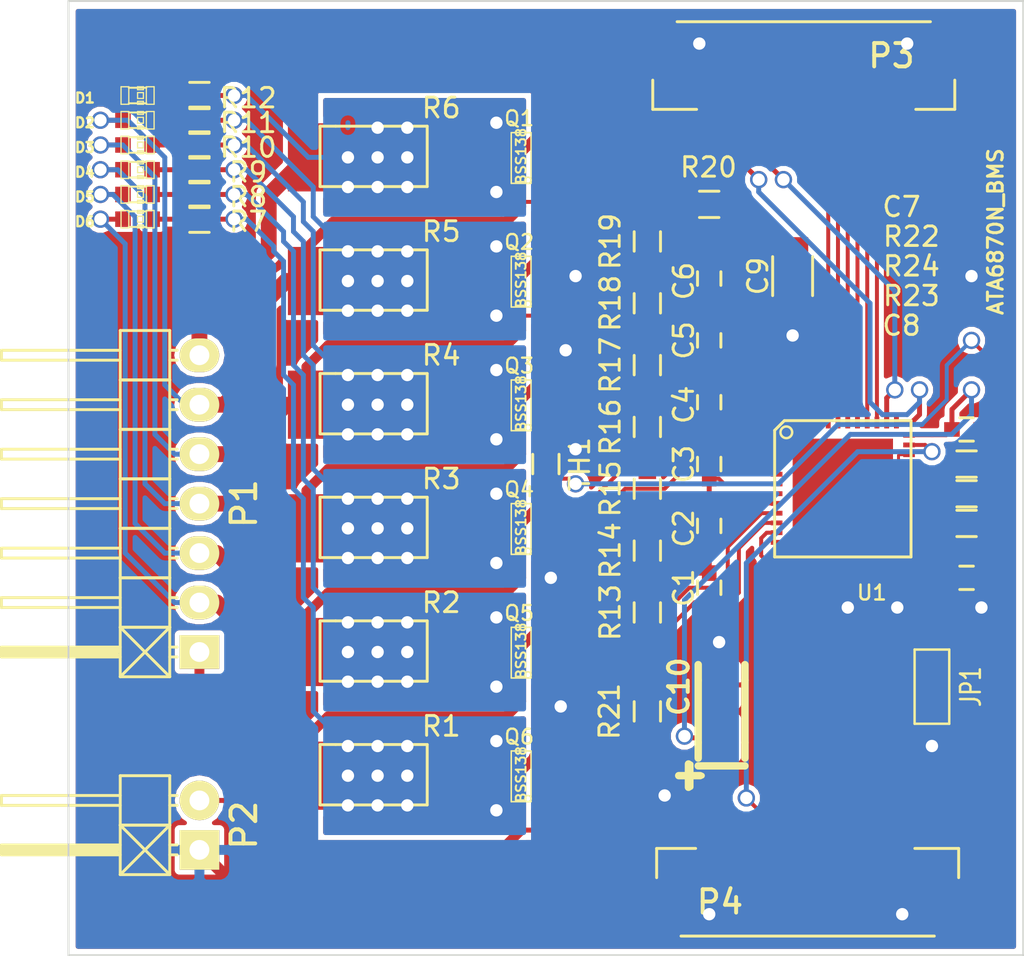
<source format=kicad_pcb>
(kicad_pcb (version 4) (host pcbnew "(2014-10-07 BZR 5167)-product")
  (title_block (title "BMS slave Prototype") (rev 1))
  (layers (0 F.Cu signal) (31 B.Cu signal hide) (34 B.Paste user) (35 F.Paste user) (36 B.SilkS user) (37 F.SilkS user) (38 B.Mask user) (39 F.Mask user) (44 Edge.Cuts user))
  (net 0 "")
  (net 1 +BATT)
  (net 2 GND)
  (net 3 +3.3V)
  (net 4 "Net-(D1-Pad1)")
  (net 5 "Net-(D1-Pad2)")
  (net 6 "Net-(D2-Pad1)")
  (net 7 "Net-(D2-Pad2)")
  (net 8 "Net-(D3-Pad1)")
  (net 9 "Net-(D3-Pad2)")
  (net 10 "Net-(D4-Pad1)")
  (net 11 "Net-(D4-Pad2)")
  (net 12 "Net-(D5-Pad1)")
  (net 13 "Net-(D5-Pad2)")
  (net 14 "Net-(D6-Pad1)")
  (net 15 "Net-(D6-Pad2)")
  (net 16 "Net-(JP1-Pad2)")
  (net 17 "Net-(P1-Pad1)")
  (net 18 "Net-(P2-Pad2)")
  (net 19 "Net-(P3-Pad1)")
  (net 20 "Net-(P3-Pad2)")
  (net 21 "Net-(P3-Pad3)")
  (net 22 "Net-(P3-Pad4)")
  (net 23 "Net-(P3-Pad5)")
  (net 24 "Net-(P3-Pad6)")
  (net 25 "Net-(P3-Pad7)")
  (net 26 "Net-(P3-Pad8)")
  (net 27 "Net-(P4-Pad4)")
  (net 28 "Net-(P4-Pad5)")
  (net 29 "Net-(P4-Pad6)")
  (net 30 "Net-(P4-Pad7)")
  (net 31 "Net-(P4-Pad8)")
  (net 32 "Net-(P4-Pad9)")
  (net 33 /DISCH6)
  (net 34 /DISCH5)
  (net 35 /DISCH4)
  (net 36 /DISCH3)
  (net 37 /DISCH2)
  (net 38 /DISCH1)
  (net 39 "Net-(Q1-Pad3)")
  (net 40 "Net-(Q2-Pad3)")
  (net 41 "Net-(Q3-Pad3)")
  (net 42 "Net-(Q4-Pad3)")
  (net 43 "Net-(Q5-Pad3)")
  (net 44 "Net-(Q6-Pad3)")
  (net 45 "Net-(P4-Pad3)")
  (net 46 "Net-(C1-Pad1)")
  (net 47 "Net-(C1-Pad2)")
  (net 48 "Net-(C2-Pad1)")
  (net 49 "Net-(C3-Pad1)")
  (net 50 "Net-(C4-Pad1)")
  (net 51 "Net-(C5-Pad1)")
  (net 52 "Net-(C6-Pad1)")
  (net 53 "Net-(C8-Pad1)")
  (net 54 "Net-(R22-Pad2)")
  (net 55 "Net-(R23-Pad1)")
  (net 56 "Net-(R24-Pad2)")
  (module Capacitors_Tantalum_SMD:TantalC_SizeA_EIA-3216_Reflow (layer F.Cu) (at 199.517 141.478 90)
    (fp_text reference C10 (at 1.2678 -2.1956 90) (layer F.SilkS) (effects (font (size 1.016 1.016) (thickness 0.2032))))
    (fp_text value "33uF PolC" hide)
    (fp_text user + (at -3.29946 -1.69926 90) (layer F.SilkS) (effects (font (thickness 0.3048))))
    (pad 2 smd rect (at 1.3589 0 90) (size 1.95072 1.50114) (layers F.Cu F.Paste F.Mask) (net 2 GND))
    (pad 1 smd rect (at -1.3589 0 90) (size 1.95072 1.50114) (layers F.Cu F.Paste F.Mask) (net 3 +3.3V))
  )
  (module Capacitors_SMD:C_0603 (layer F.Cu) (at 198.882 119.253 270)
    (fp_text reference C6 (at 0.1292 1.3066 270) (layer F.SilkS))
    (fp_text value 100nF hide)
    (pad 1 smd rect (at -0.75 0 270) (size 0.8 0.75) (layers F.Cu F.Paste F.Mask) (net 52 "Net-(C6-Pad1)"))
    (pad 2 smd rect (at 0.75 0 270) (size 0.8 0.75) (layers F.Cu F.Paste F.Mask) (net 51 "Net-(C5-Pad1)"))
  )
  (module Capacitors_SMD:C_0603 (layer F.Cu) (at 198.882 122.428 270)
    (fp_text reference C5 (at 0.0022 1.3066 270) (layer F.SilkS))
    (fp_text value 100nF hide)
    (pad 1 smd rect (at -0.75 0 270) (size 0.8 0.75) (layers F.Cu F.Paste F.Mask) (net 51 "Net-(C5-Pad1)"))
    (pad 2 smd rect (at 0.75 0 270) (size 0.8 0.75) (layers F.Cu F.Paste F.Mask) (net 50 "Net-(C4-Pad1)"))
  )
  (module Capacitors_SMD:C_0603 (layer F.Cu) (at 198.882 125.603 270)
    (fp_text reference C4 (at 0.1292 1.3066 270) (layer F.SilkS))
    (fp_text value 100nF hide)
    (pad 1 smd rect (at -0.75 0 270) (size 0.8 0.75) (layers F.Cu F.Paste F.Mask) (net 50 "Net-(C4-Pad1)"))
    (pad 2 smd rect (at 0.75 0 270) (size 0.8 0.75) (layers F.Cu F.Paste F.Mask) (net 49 "Net-(C3-Pad1)"))
  )
  (module Capacitors_SMD:C_0603 (layer F.Cu) (at 198.882 128.778 270)
    (fp_text reference C3 (at 0.0022 1.3066 270) (layer F.SilkS))
    (fp_text value 100nF hide)
    (pad 1 smd rect (at -0.75 0 270) (size 0.8 0.75) (layers F.Cu F.Paste F.Mask) (net 49 "Net-(C3-Pad1)"))
    (pad 2 smd rect (at 0.75 0 270) (size 0.8 0.75) (layers F.Cu F.Paste F.Mask) (net 48 "Net-(C2-Pad1)"))
  )
  (module Capacitors_SMD:C_0603 (layer F.Cu) (at 198.882 131.953 270)
    (fp_text reference C2 (at 0.1292 1.3066 270) (layer F.SilkS))
    (fp_text value 100nF hide)
    (pad 1 smd rect (at -0.75 0 270) (size 0.8 0.75) (layers F.Cu F.Paste F.Mask) (net 48 "Net-(C2-Pad1)"))
    (pad 2 smd rect (at 0.75 0 270) (size 0.8 0.75) (layers F.Cu F.Paste F.Mask) (net 46 "Net-(C1-Pad1)"))
  )
  (module Capacitors_SMD:C_0603 (layer F.Cu) (at 198.882 135.128 270)
    (fp_text reference C1 (at 0.0022 1.3066 270) (layer F.SilkS))
    (fp_text value 100nF hide)
    (pad 1 smd rect (at -0.75 0 270) (size 0.8 0.75) (layers F.Cu F.Paste F.Mask) (net 46 "Net-(C1-Pad1)"))
    (pad 2 smd rect (at 0.75 0 270) (size 0.8 0.75) (layers F.Cu F.Paste F.Mask) (net 47 "Net-(C1-Pad2)"))
  )
  (module Capacitors_SMD:C_0603 (layer F.Cu) (at 212.09 134.62)
    (fp_text reference C8 (at -3.3386 -12.9518) (layer F.SilkS))
    (fp_text value 100nF hide)
    (pad 1 smd rect (at -0.75 0) (size 0.8 0.75) (layers F.Cu F.Paste F.Mask) (net 53 "Net-(C8-Pad1)"))
    (pad 2 smd rect (at 0.75 0) (size 0.8 0.75) (layers F.Cu F.Paste F.Mask) (net 2 GND))
  )
  (module Capacitors_SMD:C_0603 (layer F.Cu) (at 212.09 127)
    (fp_text reference C7 (at -3.3386 -11.4278) (layer F.SilkS))
    (fp_text value 100nF hide)
    (pad 1 smd rect (at -0.75 0) (size 0.8 0.75) (layers F.Cu F.Paste F.Mask) (net 3 +3.3V))
    (pad 2 smd rect (at 0.75 0) (size 0.8 0.75) (layers F.Cu F.Paste F.Mask) (net 2 GND))
  )
  (module LEDs:LED-0603 (layer F.Cu) (at 169.545 109.855)
    (fp_text reference D1 (at -2.7036 0.1292) (layer F.SilkS) (effects (font (size 0.508 0.508) (thickness 0.127))))
    (fp_text value LED hide)
    (pad 1 smd rect (at -0.7493 0) (size 0.79756 0.79756) (layers F.Cu F.Paste F.Mask) (net 4 "Net-(D1-Pad1)"))
    (pad 2 smd rect (at 0.7493 0) (size 0.79756 0.79756) (layers F.Cu F.Paste F.Mask) (net 5 "Net-(D1-Pad2)"))
  )
  (module LEDs:LED-0603 (layer F.Cu) (at 169.545 111.125)
    (fp_text reference D2 (at -2.7036 0.1292) (layer F.SilkS) (effects (font (size 0.508 0.508) (thickness 0.127))))
    (fp_text value LED hide)
    (pad 1 smd rect (at -0.7493 0) (size 0.79756 0.79756) (layers F.Cu F.Paste F.Mask) (net 6 "Net-(D2-Pad1)"))
    (pad 2 smd rect (at 0.7493 0) (size 0.79756 0.79756) (layers F.Cu F.Paste F.Mask) (net 7 "Net-(D2-Pad2)"))
  )
  (module LEDs:LED-0603 (layer F.Cu) (at 169.545 112.395)
    (fp_text reference D3 (at -2.7036 0.1292) (layer F.SilkS) (effects (font (size 0.508 0.508) (thickness 0.127))))
    (fp_text value LED hide)
    (pad 1 smd rect (at -0.7493 0) (size 0.79756 0.79756) (layers F.Cu F.Paste F.Mask) (net 8 "Net-(D3-Pad1)"))
    (pad 2 smd rect (at 0.7493 0) (size 0.79756 0.79756) (layers F.Cu F.Paste F.Mask) (net 9 "Net-(D3-Pad2)"))
  )
  (module LEDs:LED-0603 (layer F.Cu) (at 169.545 113.665)
    (fp_text reference D4 (at -2.7036 0.1292) (layer F.SilkS) (effects (font (size 0.508 0.508) (thickness 0.127))))
    (fp_text value LED hide)
    (pad 1 smd rect (at -0.7493 0) (size 0.79756 0.79756) (layers F.Cu F.Paste F.Mask) (net 10 "Net-(D4-Pad1)"))
    (pad 2 smd rect (at 0.7493 0) (size 0.79756 0.79756) (layers F.Cu F.Paste F.Mask) (net 11 "Net-(D4-Pad2)"))
  )
  (module LEDs:LED-0603 (layer F.Cu) (at 169.545 114.935)
    (fp_text reference D5 (at -2.7036 0.1292) (layer F.SilkS) (effects (font (size 0.508 0.508) (thickness 0.127))))
    (fp_text value LED hide)
    (pad 1 smd rect (at -0.7493 0) (size 0.79756 0.79756) (layers F.Cu F.Paste F.Mask) (net 12 "Net-(D5-Pad1)"))
    (pad 2 smd rect (at 0.7493 0) (size 0.79756 0.79756) (layers F.Cu F.Paste F.Mask) (net 13 "Net-(D5-Pad2)"))
  )
  (module LEDs:LED-0603 (layer F.Cu) (at 169.545 116.205)
    (fp_text reference D6 (at -2.7036 0.1292) (layer F.SilkS) (effects (font (size 0.508 0.508) (thickness 0.127))))
    (fp_text value LED hide)
    (pad 1 smd rect (at -0.7493 0) (size 0.79756 0.79756) (layers F.Cu F.Paste F.Mask) (net 14 "Net-(D6-Pad1)"))
    (pad 2 smd rect (at 0.7493 0) (size 0.79756 0.79756) (layers F.Cu F.Paste F.Mask) (net 15 "Net-(D6-Pad2)"))
  )
  (module Connect:GS3 (layer F.Cu) (at 210.312 140.208)
    (fp_text reference JP1 (at 1.9954 0.0022 90) (layer F.SilkS) (effects (font (size 1.016 0.762) (thickness 0.127))))
    (fp_text value JUMPER3 hide)
    (pad 1 smd rect (at 0 -1.27) (size 1.27 0.9652) (layers F.Cu F.Paste F.Mask) (net 53 "Net-(C8-Pad1)"))
    (pad 2 smd rect (at 0 0) (size 1.27 0.9652) (layers F.Cu F.Paste F.Mask) (net 16 "Net-(JP1-Pad2)"))
    (pad 3 smd rect (at 0 1.27) (size 1.27 0.9652) (layers F.Cu F.Paste F.Mask) (net 2 GND))
  )
  (module Pin_Headers:Pin_Header_Angled_1x02 (layer F.Cu) (at 172.72 147.32 90)
    (fp_text reference P2 (at 0 2.286 90) (layer F.SilkS) (effects (font (size 1.27 1.27) (thickness 0.2032))))
    (fp_text value EXT-TMP hide)
    (pad 1 thru_hole rect (at -1.27 0 90) (size 2.032 2.032) (drill 1.016) (layers *.Cu *.Mask F.SilkS) (net 2 GND))
    (pad 2 thru_hole oval (at 1.27 0 90) (size 2.032 2.032) (drill 1.016) (layers *.Cu *.Mask F.SilkS) (net 18 "Net-(P2-Pad2)"))
  )
  (module Resistors_SMD:R_0603 (layer F.Cu) (at 172.72 109.855 180)
    (fp_text reference R12 (at -2.5034 -0.1292 180) (layer F.SilkS))
    (fp_text value 100Ω hide)
    (pad 1 smd rect (at -0.75 0 180) (size 0.5 0.9) (layers F.Cu F.Paste F.Mask) (net 39 "Net-(Q1-Pad3)"))
    (pad 2 smd rect (at 0.75 0 180) (size 0.5 0.9) (layers F.Cu F.Paste F.Mask) (net 5 "Net-(D1-Pad2)"))
  )
  (module Resistors_SMD:R_0603 (layer F.Cu) (at 172.72 111.125 180)
    (fp_text reference R11 (at -2.5034 -0.1292 180) (layer F.SilkS))
    (fp_text value 100Ω hide)
    (pad 1 smd rect (at -0.75 0 180) (size 0.5 0.9) (layers F.Cu F.Paste F.Mask) (net 40 "Net-(Q2-Pad3)"))
    (pad 2 smd rect (at 0.75 0 180) (size 0.5 0.9) (layers F.Cu F.Paste F.Mask) (net 7 "Net-(D2-Pad2)"))
  )
  (module Resistors_SMD:R_0603 (layer F.Cu) (at 172.72 112.395 180)
    (fp_text reference R10 (at -2.5034 -0.1292 180) (layer F.SilkS))
    (fp_text value 100Ω hide)
    (pad 1 smd rect (at -0.75 0 180) (size 0.5 0.9) (layers F.Cu F.Paste F.Mask) (net 41 "Net-(Q3-Pad3)"))
    (pad 2 smd rect (at 0.75 0 180) (size 0.5 0.9) (layers F.Cu F.Paste F.Mask) (net 9 "Net-(D3-Pad2)"))
  )
  (module Resistors_SMD:R_0603 (layer F.Cu) (at 172.72 113.665 180)
    (fp_text reference R9 (at -2.5034 -0.1292 180) (layer F.SilkS))
    (fp_text value 100Ω hide)
    (pad 1 smd rect (at -0.75 0 180) (size 0.5 0.9) (layers F.Cu F.Paste F.Mask) (net 42 "Net-(Q4-Pad3)"))
    (pad 2 smd rect (at 0.75 0 180) (size 0.5 0.9) (layers F.Cu F.Paste F.Mask) (net 11 "Net-(D4-Pad2)"))
  )
  (module Resistors_SMD:R_0603 (layer F.Cu) (at 172.72 114.935 180)
    (fp_text reference R8 (at -2.5034 -0.1292 180) (layer F.SilkS))
    (fp_text value 100Ω hide)
    (pad 1 smd rect (at -0.75 0 180) (size 0.5 0.9) (layers F.Cu F.Paste F.Mask) (net 43 "Net-(Q5-Pad3)"))
    (pad 2 smd rect (at 0.75 0 180) (size 0.5 0.9) (layers F.Cu F.Paste F.Mask) (net 13 "Net-(D5-Pad2)"))
  )
  (module Resistors_SMD:R_0603 (layer F.Cu) (at 172.72 116.205 180)
    (fp_text reference R7 (at -2.5034 -0.1292 180) (layer F.SilkS))
    (fp_text value 100Ω hide)
    (pad 1 smd rect (at -0.75 0 180) (size 0.5 0.9) (layers F.Cu F.Paste F.Mask) (net 44 "Net-(Q6-Pad3)"))
    (pad 2 smd rect (at 0.75 0 180) (size 0.5 0.9) (layers F.Cu F.Paste F.Mask) (net 15 "Net-(D6-Pad2)"))
  )
  (module MasCustomParts:R_3521 (layer F.Cu) (at 181.61 119.38)
    (fp_text reference R5 (at 3.5194 -2.5378) (layer F.SilkS) (effects (font (size 1.016 1.016))))
    (fp_text value 10Ω hide)
    (pad 1 smd rect (at -3.4 0) (size 1.9 3.5) (layers F.Cu F.Paste F.Mask) (net 6 "Net-(D2-Pad1)"))
    (pad 2 smd rect (at 3.5 0) (size 1.9 3.5) (layers F.Cu F.Paste F.Mask) (net 40 "Net-(Q2-Pad3)"))
  )
  (module MasCustomParts:R_3521 (layer F.Cu) (at 181.61 125.73)
    (fp_text reference R4 (at 3.5194 -2.5378) (layer F.SilkS) (effects (font (size 1.016 1.016))))
    (fp_text value 10Ω hide)
    (pad 1 smd rect (at -3.4 0) (size 1.9 3.5) (layers F.Cu F.Paste F.Mask) (net 8 "Net-(D3-Pad1)"))
    (pad 2 smd rect (at 3.5 0) (size 1.9 3.5) (layers F.Cu F.Paste F.Mask) (net 41 "Net-(Q3-Pad3)"))
  )
  (module MasCustomParts:R_3521 (layer F.Cu) (at 181.61 132.08)
    (fp_text reference R3 (at 3.5194 -2.5378) (layer F.SilkS) (effects (font (size 1.016 1.016))))
    (fp_text value 10Ω hide)
    (pad 1 smd rect (at -3.4 0) (size 1.9 3.5) (layers F.Cu F.Paste F.Mask) (net 10 "Net-(D4-Pad1)"))
    (pad 2 smd rect (at 3.5 0) (size 1.9 3.5) (layers F.Cu F.Paste F.Mask) (net 42 "Net-(Q4-Pad3)"))
  )
  (module MasCustomParts:R_3521 (layer F.Cu) (at 181.61 113.03)
    (fp_text reference R6 (at 3.5194 -2.5378) (layer F.SilkS) (effects (font (size 1.016 1.016))))
    (fp_text value 10Ω hide)
    (pad 1 smd rect (at -3.4 0) (size 1.9 3.5) (layers F.Cu F.Paste F.Mask) (net 4 "Net-(D1-Pad1)"))
    (pad 2 smd rect (at 3.5 0) (size 1.9 3.5) (layers F.Cu F.Paste F.Mask) (net 39 "Net-(Q1-Pad3)"))
  )
  (module MasCustomParts:R_3521 (layer F.Cu) (at 181.61 138.43)
    (fp_text reference R2 (at 3.5194 -2.5378) (layer F.SilkS) (effects (font (size 1.016 1.016))))
    (fp_text value 10Ω hide)
    (pad 1 smd rect (at -3.4 0) (size 1.9 3.5) (layers F.Cu F.Paste F.Mask) (net 12 "Net-(D5-Pad1)"))
    (pad 2 smd rect (at 3.5 0) (size 1.9 3.5) (layers F.Cu F.Paste F.Mask) (net 43 "Net-(Q5-Pad3)"))
  )
  (module MasCustomParts:R_3521 (layer F.Cu) (at 181.61 144.78)
    (fp_text reference R1 (at 3.5194 -2.5378) (layer F.SilkS) (effects (font (size 1.016 1.016))))
    (fp_text value 10Ω hide)
    (pad 1 smd rect (at -3.4 0) (size 1.9 3.5) (layers F.Cu F.Paste F.Mask) (net 14 "Net-(D6-Pad1)"))
    (pad 2 smd rect (at 3.5 0) (size 1.9 3.5) (layers F.Cu F.Paste F.Mask) (net 44 "Net-(Q6-Pad3)"))
  )
  (module Resistors_SMD:R_0603 (layer F.Cu) (at 198.882 115.443 180)
    (fp_text reference R20 (at 0.0366 1.9028 180) (layer F.SilkS))
    (fp_text value 10Ω hide)
    (pad 1 smd rect (at -0.75 0 180) (size 0.5 0.9) (layers F.Cu F.Paste F.Mask) (net 1 +BATT))
    (pad 2 smd rect (at 0.75 0 180) (size 0.5 0.9) (layers F.Cu F.Paste F.Mask) (net 4 "Net-(D1-Pad1)"))
  )
  (module Resistors_SMD:R_0603 (layer F.Cu) (at 195.707 141.478 270)
    (fp_text reference R21 (at 0.0022 1.9416 270) (layer F.SilkS))
    (fp_text value 10Ω hide)
    (pad 1 smd rect (at -0.75 0 270) (size 0.5 0.9) (layers F.Cu F.Paste F.Mask) (net 2 GND))
    (pad 2 smd rect (at 0.75 0 270) (size 0.5 0.9) (layers F.Cu F.Paste F.Mask) (net 17 "Net-(P1-Pad1)"))
  )
  (module Resistors_SMD:R_0603 (layer F.Cu) (at 212.09 131.826 180)
    (fp_text reference R23 (at 2.8306 11.6818 180) (layer F.SilkS))
    (fp_text value 10KΩ hide)
    (pad 1 smd rect (at -0.75 0 180) (size 0.5 0.9) (layers F.Cu F.Paste F.Mask) (net 55 "Net-(R23-Pad1)"))
    (pad 2 smd rect (at 0.75 0 180) (size 0.5 0.9) (layers F.Cu F.Paste F.Mask) (net 18 "Net-(P2-Pad2)"))
  )
  (module Resistors_SMD:R_0603 (layer F.Cu) (at 212.09 130.302 180)
    (fp_text reference R24 (at 2.8306 11.6818 180) (layer F.SilkS))
    (fp_text value 10KΩ hide)
    (pad 1 smd rect (at -0.75 0 180) (size 0.5 0.9) (layers F.Cu F.Paste F.Mask) (net 55 "Net-(R23-Pad1)"))
    (pad 2 smd rect (at 0.75 0 180) (size 0.5 0.9) (layers F.Cu F.Paste F.Mask) (net 56 "Net-(R24-Pad2)"))
  )
  (module Resistors_SMD:R_0603 (layer F.Cu) (at 212.09 128.778 180)
    (fp_text reference R22 (at 2.8306 11.6818 180) (layer F.SilkS))
    (fp_text value 121KΩ hide)
    (pad 1 smd rect (at -0.75 0 180) (size 0.5 0.9) (layers F.Cu F.Paste F.Mask) (net 2 GND))
    (pad 2 smd rect (at 0.75 0 180) (size 0.5 0.9) (layers F.Cu F.Paste F.Mask) (net 54 "Net-(R22-Pad2)"))
  )
  (module Resistors_SMD:R_0603 (layer F.Cu) (at 190.5 128.778 90)
    (fp_text reference TH1 (at -0.0022 1.7414 90) (layer F.SilkS))
    (fp_text value THERMISTOR hide)
    (pad 1 smd rect (at -0.75 0 90) (size 0.5 0.9) (layers F.Cu F.Paste F.Mask) (net 56 "Net-(R24-Pad2)"))
    (pad 2 smd rect (at 0.75 0 90) (size 0.5 0.9) (layers F.Cu F.Paste F.Mask) (net 2 GND))
  )
  (module SMD_Packages:QFN-48-1EP (layer F.Cu) (at 205.74 130.048)
    (fp_text reference U1 (at 1.4874 5.3362) (layer F.SilkS) (effects (font (size 0.762 0.762) (thickness 0.127))))
    (fp_text value ATA6870N_BMS (at 7.8374 -13.2058 90) (layer F.SilkS) (effects (font (size 0.762 0.762) (thickness 0.1524))))
    (pad 1 smd rect (at -3.39852 -2.74828) (size 0.59944 0.24892) (layers F.Cu F.Paste F.Mask) (net 34 /DISCH5))
    (pad 2 smd rect (at -3.39852 -2.2479) (size 0.59944 0.24892) (layers F.Cu F.Paste F.Mask) (net 50 "Net-(C4-Pad1)"))
    (pad 3 smd rect (at -3.39852 -1.74752) (size 0.59944 0.24892) (layers F.Cu F.Paste F.Mask) (net 35 /DISCH4))
    (pad 4 smd rect (at -3.39852 -1.24714) (size 0.59944 0.24892) (layers F.Cu F.Paste F.Mask) (net 49 "Net-(C3-Pad1)"))
    (pad 5 smd rect (at -3.39852 -0.7493) (size 0.59944 0.24892) (layers F.Cu F.Paste F.Mask) (net 36 /DISCH3))
    (pad 6 smd rect (at -3.39852 -0.24892) (size 0.59944 0.24892) (layers F.Cu F.Paste F.Mask) (net 48 "Net-(C2-Pad1)"))
    (pad 7 smd rect (at -3.39852 0.25146) (size 0.59944 0.24892) (layers F.Cu F.Paste F.Mask) (net 37 /DISCH2))
    (pad 8 smd rect (at -3.39852 0.75184) (size 0.59944 0.24892) (layers F.Cu F.Paste F.Mask) (net 46 "Net-(C1-Pad1)"))
    (pad 9 smd rect (at -3.39852 1.25222) (size 0.59944 0.24892) (layers F.Cu F.Paste F.Mask) (net 38 /DISCH1))
    (pad 10 smd rect (at -3.39852 1.7526) (size 0.59944 0.24892) (layers F.Cu F.Paste F.Mask) (net 47 "Net-(C1-Pad2)"))
    (pad 11 smd rect (at -3.39852 2.25298) (size 0.59944 0.24892) (layers F.Cu F.Paste F.Mask) (net 27 "Net-(P4-Pad4)"))
    (pad 12 smd rect (at -3.39852 2.75082) (size 0.59944 0.24892) (layers F.Cu F.Paste F.Mask) (net 28 "Net-(P4-Pad5)"))
    (pad 33 smd rect (at 3.39852 -1.25222) (size 0.59944 0.24892) (layers F.Cu F.Paste F.Mask))
    (pad 34 smd rect (at 3.39852 -1.75006) (size 0.59944 0.24892) (layers F.Cu F.Paste F.Mask) (net 53 "Net-(C8-Pad1)"))
    (pad 35 smd rect (at 3.39852 -2.25044) (size 0.59944 0.24892) (layers F.Cu F.Paste F.Mask) (net 45 "Net-(P4-Pad3)"))
    (pad 36 smd rect (at 3.39852 -2.75082) (size 0.59944 0.24892) (layers F.Cu F.Paste F.Mask) (net 3 +3.3V))
    (pad 17 smd rect (at -0.7493 3.40106) (size 0.24892 0.59944) (layers F.Cu F.Paste F.Mask) (net 16 "Net-(JP1-Pad2)"))
    (pad 18 smd rect (at -0.25 3.4) (size 0.24892 0.59944) (layers F.Cu F.Paste F.Mask))
    (pad 19 smd rect (at 0.24892 3.40106) (size 0.24892 0.59944) (layers F.Cu F.Paste F.Mask) (net 2 GND))
    (pad 20 smd rect (at 0.7493 3.40106) (size 0.24892 0.59944) (layers F.Cu F.Paste F.Mask) (net 2 GND))
    (pad 21 smd rect (at 1.24968 3.40106) (size 0.24892 0.59944) (layers F.Cu F.Paste F.Mask) (net 2 GND))
    (pad 22 smd rect (at 1.75006 3.40106) (size 0.24892 0.59944) (layers F.Cu F.Paste F.Mask) (net 2 GND))
    (pad 23 smd rect (at 2.25044 3.40106) (size 0.24892 0.59944) (layers F.Cu F.Paste F.Mask) (net 53 "Net-(C8-Pad1)"))
    (pad 24 smd rect (at 2.75082 3.40106) (size 0.24892 0.59944) (layers F.Cu F.Paste F.Mask) (net 2 GND))
    (pad 13 smd rect (at -2.74828 3.40106) (size 0.24892 0.59944) (layers F.Cu F.Paste F.Mask) (net 29 "Net-(P4-Pad6)"))
    (pad 14 smd rect (at -2.2479 3.40106) (size 0.24892 0.59944) (layers F.Cu F.Paste F.Mask) (net 30 "Net-(P4-Pad7)"))
    (pad 15 smd rect (at -1.74752 3.40106) (size 0.24892 0.59944) (layers F.Cu F.Paste F.Mask) (net 31 "Net-(P4-Pad8)"))
    (pad 16 smd rect (at -1.24968 3.40106) (size 0.24892 0.59944) (layers F.Cu F.Paste F.Mask) (net 32 "Net-(P4-Pad9)"))
    (pad 25 smd rect (at 3.39852 2.74828) (size 0.59944 0.24892) (layers F.Cu F.Paste F.Mask))
    (pad 26 smd rect (at 3.40106 2.2479) (size 0.59944 0.24892) (layers F.Cu F.Paste F.Mask) (net 53 "Net-(C8-Pad1)"))
    (pad 27 smd rect (at 3.40106 1.75006) (size 0.59944 0.24892) (layers F.Cu F.Paste F.Mask) (net 2 GND))
    (pad 28 smd rect (at 3.40106 1.24968) (size 0.59944 0.24892) (layers F.Cu F.Paste F.Mask) (net 2 GND))
    (pad 29 smd rect (at 3.40106 0.7493) (size 0.59944 0.24892) (layers F.Cu F.Paste F.Mask) (net 18 "Net-(P2-Pad2)"))
    (pad 30 smd rect (at 3.40106 0.24892) (size 0.59944 0.24892) (layers F.Cu F.Paste F.Mask) (net 56 "Net-(R24-Pad2)"))
    (pad 31 smd rect (at 3.40106 -0.25146) (size 0.59944 0.24892) (layers F.Cu F.Paste F.Mask) (net 55 "Net-(R23-Pad1)"))
    (pad 32 smd rect (at 3.40106 -0.75184) (size 0.59944 0.24892) (layers F.Cu F.Paste F.Mask) (net 54 "Net-(R22-Pad2)"))
    (pad 37 smd rect (at 2.75082 -3.39852) (size 0.24892 0.59944) (layers F.Cu F.Paste F.Mask) (net 26 "Net-(P3-Pad8)"))
    (pad 38 smd rect (at 2.25044 -3.39852) (size 0.24892 0.59944) (layers F.Cu F.Paste F.Mask) (net 25 "Net-(P3-Pad7)"))
    (pad 39 smd rect (at 1.75006 -3.39852) (size 0.24892 0.59944) (layers F.Cu F.Paste F.Mask) (net 19 "Net-(P3-Pad1)"))
    (pad 40 smd rect (at 1.25222 -3.39852) (size 0.24892 0.59944) (layers F.Cu F.Paste F.Mask) (net 20 "Net-(P3-Pad2)"))
    (pad 41 smd rect (at 0.75184 -3.39852) (size 0.24892 0.59944) (layers F.Cu F.Paste F.Mask) (net 21 "Net-(P3-Pad3)"))
    (pad 42 smd rect (at 0.25146 -3.39852) (size 0.24892 0.59944) (layers F.Cu F.Paste F.Mask) (net 22 "Net-(P3-Pad4)"))
    (pad 43 smd rect (at -0.24892 -3.39852) (size 0.24892 0.59944) (layers F.Cu F.Paste F.Mask) (net 23 "Net-(P3-Pad5)"))
    (pad 44 smd rect (at -0.7493 -3.39852) (size 0.24892 0.59944) (layers F.Cu F.Paste F.Mask) (net 24 "Net-(P3-Pad6)"))
    (pad 45 smd rect (at -1.24968 -3.39852) (size 0.24892 0.59944) (layers F.Cu F.Paste F.Mask) (net 1 +BATT))
    (pad 46 smd rect (at -1.75006 -3.39852) (size 0.24892 0.59944) (layers F.Cu F.Paste F.Mask) (net 52 "Net-(C6-Pad1)"))
    (pad 47 smd rect (at -2.2479 -3.39852) (size 0.24892 0.59944) (layers F.Cu F.Paste F.Mask) (net 33 /DISCH6))
    (pad 48 smd rect (at -2.74828 -3.39852) (size 0.24892 0.59944) (layers F.Cu F.Paste F.Mask) (net 51 "Net-(C5-Pad1)"))
    (pad 49 smd rect (at 0 0 270) (size 5.15 5.15) (layers F.Cu F.Paste F.Mask))
  )
  (module Resistors_SMD:R_0603 (layer F.Cu) (at 195.707 126.873 90)
    (fp_text reference R16 (at 0 -1.9 90) (layer F.SilkS))
    (fp_text value 1KΩ hide)
    (pad 1 smd rect (at -0.75 0 90) (size 0.5 0.9) (layers F.Cu F.Paste F.Mask) (net 49 "Net-(C3-Pad1)"))
    (pad 2 smd rect (at 0.75 0 90) (size 0.5 0.9) (layers F.Cu F.Paste F.Mask) (net 10 "Net-(D4-Pad1)"))
  )
  (module Resistors_SMD:R_0603 (layer F.Cu) (at 195.707 130.048 90)
    (fp_text reference R15 (at 0 -1.9 90) (layer F.SilkS))
    (fp_text value 1KΩ hide)
    (pad 1 smd rect (at -0.75 0 90) (size 0.5 0.9) (layers F.Cu F.Paste F.Mask) (net 48 "Net-(C2-Pad1)"))
    (pad 2 smd rect (at 0.75 0 90) (size 0.5 0.9) (layers F.Cu F.Paste F.Mask) (net 12 "Net-(D5-Pad1)"))
  )
  (module Resistors_SMD:R_0603 (layer F.Cu) (at 195.707 133.223 90)
    (fp_text reference R14 (at 0 -1.9 90) (layer F.SilkS))
    (fp_text value 1KΩ hide)
    (pad 1 smd rect (at -0.75 0 90) (size 0.5 0.9) (layers F.Cu F.Paste F.Mask) (net 46 "Net-(C1-Pad1)"))
    (pad 2 smd rect (at 0.75 0 90) (size 0.5 0.9) (layers F.Cu F.Paste F.Mask) (net 14 "Net-(D6-Pad1)"))
  )
  (module Resistors_SMD:R_0603 (layer F.Cu) (at 195.707 136.398 90)
    (fp_text reference R13 (at 0 -1.9 90) (layer F.SilkS))
    (fp_text value 1KΩ hide)
    (pad 1 smd rect (at -0.75 0 90) (size 0.5 0.9) (layers F.Cu F.Paste F.Mask) (net 47 "Net-(C1-Pad2)"))
    (pad 2 smd rect (at 0.75 0 90) (size 0.5 0.9) (layers F.Cu F.Paste F.Mask) (net 17 "Net-(P1-Pad1)"))
  )
  (module Resistors_SMD:R_0603 (layer F.Cu) (at 195.707 117.348 90)
    (fp_text reference R19 (at 0 -1.9 90) (layer F.SilkS))
    (fp_text value 1KΩ hide)
    (pad 1 smd rect (at -0.75 0 90) (size 0.5 0.9) (layers F.Cu F.Paste F.Mask) (net 52 "Net-(C6-Pad1)"))
    (pad 2 smd rect (at 0.75 0 90) (size 0.5 0.9) (layers F.Cu F.Paste F.Mask) (net 4 "Net-(D1-Pad1)"))
  )
  (module Resistors_SMD:R_0603 (layer F.Cu) (at 195.707 120.523 90)
    (fp_text reference R18 (at 0 -1.9 90) (layer F.SilkS))
    (fp_text value 1KΩ hide)
    (pad 1 smd rect (at -0.75 0 90) (size 0.5 0.9) (layers F.Cu F.Paste F.Mask) (net 51 "Net-(C5-Pad1)"))
    (pad 2 smd rect (at 0.75 0 90) (size 0.5 0.9) (layers F.Cu F.Paste F.Mask) (net 6 "Net-(D2-Pad1)"))
  )
  (module Resistors_SMD:R_0603 (layer F.Cu) (at 195.707 123.698 90)
    (fp_text reference R17 (at 0 -1.9 90) (layer F.SilkS))
    (fp_text value 1KΩ hide)
    (pad 1 smd rect (at -0.75 0 90) (size 0.5 0.9) (layers F.Cu F.Paste F.Mask) (net 50 "Net-(C4-Pad1)"))
    (pad 2 smd rect (at 0.75 0 90) (size 0.5 0.9) (layers F.Cu F.Paste F.Mask) (net 8 "Net-(D3-Pad1)"))
  )
  (module MasCustomParts:Connector_SMD_GH_SIDECONN_1X9_1.25MM_45515711ND (layer F.Cu) (at 203.835 107.315 180)
    (fp_text reference P3 (at -4.4 -0.5 180) (layer F.SilkS) (effects (font (size 1.2 1.2) (thickness 0.2))))
    (fp_text value CONN_01X09 hide)
    (pad 1 smd rect (at -5 -3.4 180) (size 0.7 1.7) (layers F.Cu F.Paste F.Mask) (net 19 "Net-(P3-Pad1)"))
    (pad "" smd rect (at -7.15 0 180) (size 1 2.8) (layers F.Cu F.Paste F.Mask))
    (pad 2 smd rect (at -3.75 -3.4 180) (size 0.7 1.7) (layers F.Cu F.Paste F.Mask) (net 20 "Net-(P3-Pad2)"))
    (pad 3 smd rect (at -2.5 -3.4 180) (size 0.7 1.7) (layers F.Cu F.Paste F.Mask) (net 21 "Net-(P3-Pad3)"))
    (pad 4 smd rect (at -1.25 -3.4 180) (size 0.7 1.7) (layers F.Cu F.Paste F.Mask) (net 22 "Net-(P3-Pad4)"))
    (pad 5 smd rect (at 0 -3.4 180) (size 0.7 1.7) (layers F.Cu F.Paste F.Mask) (net 23 "Net-(P3-Pad5)"))
    (pad 6 smd rect (at 1.25 -3.4 180) (size 0.7 1.7) (layers F.Cu F.Paste F.Mask) (net 24 "Net-(P3-Pad6)"))
    (pad 7 smd rect (at 2.5 -3.4 180) (size 0.7 1.7) (layers F.Cu F.Paste F.Mask) (net 25 "Net-(P3-Pad7)"))
    (pad 8 smd rect (at 3.75 -3.4 180) (size 0.7 1.7) (layers F.Cu F.Paste F.Mask) (net 26 "Net-(P3-Pad8)"))
    (pad 9 smd rect (at 5 -3.4 180) (size 0.7 1.7) (layers F.Cu F.Paste F.Mask) (net 1 +BATT))
    (pad "" smd rect (at 7.35 0 180) (size 1 2.8) (layers F.Cu F.Paste F.Mask))
  )
  (module MasCustomParts:Connector_SMD_GH_SIDECONN_1X9_1.25MM_45515711ND (layer F.Cu) (at 203.835 151.765)
    (fp_text reference P4 (at -4.4 -0.5) (layer F.SilkS) (effects (font (size 1.2 1.2) (thickness 0.2))))
    (fp_text value CONN_01X09 hide)
    (pad 1 smd rect (at -5 -3.4) (size 0.7 1.7) (layers F.Cu F.Paste F.Mask) (net 2 GND))
    (pad "" smd rect (at -7.15 0) (size 1 2.8) (layers F.Cu F.Paste F.Mask))
    (pad 2 smd rect (at -3.75 -3.4) (size 0.7 1.7) (layers F.Cu F.Paste F.Mask) (net 3 +3.3V))
    (pad 3 smd rect (at -2.5 -3.4) (size 0.7 1.7) (layers F.Cu F.Paste F.Mask) (net 45 "Net-(P4-Pad3)"))
    (pad 4 smd rect (at -1.25 -3.4) (size 0.7 1.7) (layers F.Cu F.Paste F.Mask) (net 27 "Net-(P4-Pad4)"))
    (pad 5 smd rect (at 0 -3.4) (size 0.7 1.7) (layers F.Cu F.Paste F.Mask) (net 28 "Net-(P4-Pad5)"))
    (pad 6 smd rect (at 1.25 -3.4) (size 0.7 1.7) (layers F.Cu F.Paste F.Mask) (net 29 "Net-(P4-Pad6)"))
    (pad 7 smd rect (at 2.5 -3.4) (size 0.7 1.7) (layers F.Cu F.Paste F.Mask) (net 30 "Net-(P4-Pad7)"))
    (pad 8 smd rect (at 3.75 -3.4) (size 0.7 1.7) (layers F.Cu F.Paste F.Mask) (net 31 "Net-(P4-Pad8)"))
    (pad 9 smd rect (at 5 -3.4) (size 0.7 1.7) (layers F.Cu F.Paste F.Mask) (net 32 "Net-(P4-Pad9)"))
    (pad "" smd rect (at 7.35 0) (size 1 2.8) (layers F.Cu F.Paste F.Mask))
  )
  (module Capacitors_SMD:C_1206 (layer F.Cu) (at 203.1634 119.1282 270)
    (fp_text reference C9 (at 0 1.778 270) (layer F.SilkS))
    (fp_text value "10uF PolC" hide)
    (pad 1 smd rect (at -1.5 0 270) (size 1 1.6) (layers F.Cu F.Paste F.Mask) (net 1 +BATT))
    (pad 2 smd rect (at 1.5 0 270) (size 1 1.6) (layers F.Cu F.Paste F.Mask) (net 2 GND))
  )
  (module Pin_Headers:Pin_Header_Angled_1x07 (layer F.Cu) (at 172.72 130.81 90)
    (fp_text reference P1 (at 0 2.286 90) (layer F.SilkS) (effects (font (size 1.27 1.27) (thickness 0.2032))))
    (fp_text value CONN_01X07 hide)
    (pad 1 thru_hole rect (at -7.62 0 90) (size 1.7272 2.032) (drill 1.016) (layers *.Cu *.Mask F.SilkS) (net 17 "Net-(P1-Pad1)"))
    (pad 2 thru_hole oval (at -5.08 0 90) (size 1.7272 2.032) (drill 1.016) (layers *.Cu *.Mask F.SilkS) (net 14 "Net-(D6-Pad1)"))
    (pad 3 thru_hole oval (at -2.54 0 90) (size 1.7272 2.032) (drill 1.016) (layers *.Cu *.Mask F.SilkS) (net 12 "Net-(D5-Pad1)"))
    (pad 4 thru_hole oval (at 0 0 90) (size 1.7272 2.032) (drill 1.016) (layers *.Cu *.Mask F.SilkS) (net 10 "Net-(D4-Pad1)"))
    (pad 5 thru_hole oval (at 2.54 0 90) (size 1.7272 2.032) (drill 1.016) (layers *.Cu *.Mask F.SilkS) (net 8 "Net-(D3-Pad1)"))
    (pad 6 thru_hole oval (at 5.08 0 90) (size 1.7272 2.032) (drill 1.016) (layers *.Cu *.Mask F.SilkS) (net 6 "Net-(D2-Pad1)"))
    (pad 7 thru_hole oval (at 7.62 0 90) (size 1.7272 2.032) (drill 1.016) (layers *.Cu *.Mask F.SilkS) (net 4 "Net-(D1-Pad1)"))
  )
  (module SOT-23 (layer F.Cu) (at 189.23 113.03 90)
    (fp_text reference Q1 (at 1.99898 -0.09906 180) (layer F.SilkS) (effects (font (size 0.762 0.762) (thickness 0.11938))))
    (fp_text value BSS138 (at 0.0635 0 90) (layer F.SilkS) (effects (font (size 0.50038 0.50038) (thickness 0.09906))))
    (pad 3 smd rect (at 0 -1.09982 90) (size 0.8001 1.00076) (layers F.Cu F.Paste F.Mask) (net 39 "Net-(Q1-Pad3)"))
    (pad 2 smd rect (at 0.9525 1.09982 90) (size 0.8001 1.00076) (layers F.Cu F.Paste F.Mask) (net 6 "Net-(D2-Pad1)"))
    (pad 1 smd rect (at -0.9525 1.09982 90) (size 0.8001 1.00076) (layers F.Cu F.Paste F.Mask) (net 33 /DISCH6))
  )
  (module SOT-23 (layer F.Cu) (at 189.23 119.38 90)
    (fp_text reference Q2 (at 1.99898 -0.09906 180) (layer F.SilkS) (effects (font (size 0.762 0.762) (thickness 0.11938))))
    (fp_text value BSS138 (at 0.0635 0 90) (layer F.SilkS) (effects (font (size 0.50038 0.50038) (thickness 0.09906))))
    (pad 3 smd rect (at 0 -1.09982 90) (size 0.8001 1.00076) (layers F.Cu F.Paste F.Mask) (net 40 "Net-(Q2-Pad3)"))
    (pad 2 smd rect (at 0.9525 1.09982 90) (size 0.8001 1.00076) (layers F.Cu F.Paste F.Mask) (net 8 "Net-(D3-Pad1)"))
    (pad 1 smd rect (at -0.9525 1.09982 90) (size 0.8001 1.00076) (layers F.Cu F.Paste F.Mask) (net 34 /DISCH5))
  )
  (module SOT-23 (layer F.Cu) (at 189.23 125.73 90)
    (fp_text reference Q3 (at 1.99898 -0.09906 180) (layer F.SilkS) (effects (font (size 0.762 0.762) (thickness 0.11938))))
    (fp_text value BSS138 (at 0.0635 0 90) (layer F.SilkS) (effects (font (size 0.50038 0.50038) (thickness 0.09906))))
    (pad 3 smd rect (at 0 -1.09982 90) (size 0.8001 1.00076) (layers F.Cu F.Paste F.Mask) (net 41 "Net-(Q3-Pad3)"))
    (pad 2 smd rect (at 0.9525 1.09982 90) (size 0.8001 1.00076) (layers F.Cu F.Paste F.Mask) (net 10 "Net-(D4-Pad1)"))
    (pad 1 smd rect (at -0.9525 1.09982 90) (size 0.8001 1.00076) (layers F.Cu F.Paste F.Mask) (net 35 /DISCH4))
  )
  (module SOT-23 (layer F.Cu) (at 189.23 132.08 90)
    (fp_text reference Q4 (at 1.99898 -0.09906 180) (layer F.SilkS) (effects (font (size 0.762 0.762) (thickness 0.11938))))
    (fp_text value BSS138 (at 0.0635 0 90) (layer F.SilkS) (effects (font (size 0.50038 0.50038) (thickness 0.09906))))
    (pad 3 smd rect (at 0 -1.09982 90) (size 0.8001 1.00076) (layers F.Cu F.Paste F.Mask) (net 42 "Net-(Q4-Pad3)"))
    (pad 2 smd rect (at 0.9525 1.09982 90) (size 0.8001 1.00076) (layers F.Cu F.Paste F.Mask) (net 12 "Net-(D5-Pad1)"))
    (pad 1 smd rect (at -0.9525 1.09982 90) (size 0.8001 1.00076) (layers F.Cu F.Paste F.Mask) (net 36 /DISCH3))
  )
  (module SOT-23 (layer F.Cu) (at 189.23 138.43 90)
    (fp_text reference Q5 (at 1.99898 -0.09906 180) (layer F.SilkS) (effects (font (size 0.762 0.762) (thickness 0.11938))))
    (fp_text value BSS138 (at 0.0635 0 90) (layer F.SilkS) (effects (font (size 0.50038 0.50038) (thickness 0.09906))))
    (pad 3 smd rect (at 0 -1.09982 90) (size 0.8001 1.00076) (layers F.Cu F.Paste F.Mask) (net 43 "Net-(Q5-Pad3)"))
    (pad 2 smd rect (at 0.9525 1.09982 90) (size 0.8001 1.00076) (layers F.Cu F.Paste F.Mask) (net 14 "Net-(D6-Pad1)"))
    (pad 1 smd rect (at -0.9525 1.09982 90) (size 0.8001 1.00076) (layers F.Cu F.Paste F.Mask) (net 37 /DISCH2))
  )
  (module SOT-23 (layer F.Cu) (at 189.23 144.78 90)
    (fp_text reference Q6 (at 1.99898 -0.09906 180) (layer F.SilkS) (effects (font (size 0.762 0.762) (thickness 0.11938))))
    (fp_text value BSS138 (at 0.0635 0 90) (layer F.SilkS) (effects (font (size 0.50038 0.50038) (thickness 0.09906))))
    (pad 3 smd rect (at 0 -1.09982 90) (size 0.8001 1.00076) (layers F.Cu F.Paste F.Mask) (net 44 "Net-(Q6-Pad3)"))
    (pad 2 smd rect (at 0.9525 1.09982 90) (size 0.8001 1.00076) (layers F.Cu F.Paste F.Mask) (net 17 "Net-(P1-Pad1)"))
    (pad 1 smd rect (at -0.9525 1.09982 90) (size 0.8001 1.00076) (layers F.Cu F.Paste F.Mask) (net 38 /DISCH1))
  )
  (gr_line (start 215 154) (end 166 154) (angle 90) (layer Edge.Cuts) (width 0.1))
  (gr_line (start 215 105) (end 215 154) (angle 90) (layer Edge.Cuts) (width 0.1))
  (gr_line (start 166 105) (end 215 105) (angle 90) (layer Edge.Cuts) (width 0.1))
  (gr_line (start 166 154) (end 166 105) (angle 90) (layer Edge.Cuts) (width 0.1))
  (segment (start 180.34 111.506) (end 180.34 111.252) (width 0.254) (layer B.Cu) (net 0))
  (segment (start 199.632 115.443) (end 199.632 116.1048) (width 0.4064) (layer F.Cu) (net 1))
  (segment (start 201.1554 117.6282) (end 203.1634 117.6282) (width 0.4064) (layer F.Cu) (net 1))
  (segment (start 199.632 116.1048) (end 201.1554 117.6282) (width 0.4064) (layer F.Cu) (net 1))
  (segment (start 204.49032 123.97232) (end 204.49032 118.95512) (width 0.2032) (layer F.Cu) (net 1))
  (segment (start 204.49032 118.95512) (end 203.1634 117.6282) (width 0.2032) (layer F.Cu) (net 1))
  (segment (start 204.49032 124.73432) (end 204.49032 123.97232) (width 0.2032) (layer F.Cu) (net 1))
  (segment (start 204.49032 126.64948) (end 204.49032 124.73432) (width 0.2032) (layer F.Cu) (net 1))
  (segment (start 198.835 113.491) (end 199.632 114.288) (width 0.4064) (layer F.Cu) (net 1))
  (segment (start 199.632 114.288) (end 199.632 115.443) (width 0.4064) (layer F.Cu) (net 1))
  (segment (start 198.835 110.715) (end 198.835 113.491) (width 0.4064) (layer F.Cu) (net 1))
  (segment (start 203.1634 120.6282) (end 203.1634 119.6362) (width 0.4064) (layer F.Cu) (net 2))
  (segment (start 203.1634 120.6282) (end 203.1634 122.1762) (width 0.4064) (layer F.Cu) (net 2))
  (via (at 203.1634 122.1762) (size 0.889) (layers F.Cu B.Cu) (net 2))
  (segment (start 212.344 119.126) (end 212.344 119.1648) (width 0.254) (layer B.Cu) (net 2))
  (via (at 212.344 119.126) (size 0.889) (layers F.Cu B.Cu) (net 2))
  (segment (start 212.84 136.132) (end 212.84 134.62) (width 0.2032) (layer F.Cu) (net 2))
  (via (at 212.852 136.144) (size 0.889) (layers F.Cu B.Cu) (net 2))
  (segment (start 212.84 136.132) (end 212.852 136.144) (width 0.2032) (layer F.Cu) (net 2))
  (segment (start 213.7044 135.2916) (end 212.852 136.144) (width 0.254) (layer B.Cu) (net 2))
  (segment (start 213.7044 120.5252) (end 213.7044 135.2916) (width 0.254) (layer B.Cu) (net 2))
  (segment (start 212.344 119.1648) (end 213.7044 120.5252) (width 0.254) (layer B.Cu) (net 2))
  (segment (start 199.517 138.049) (end 199.39 137.922) (width 0.2032) (layer F.Cu) (net 2))
  (via (at 199.39 137.922) (size 0.889) (layers F.Cu B.Cu) (net 2))
  (segment (start 199.517 140.1191) (end 199.517 138.049) (width 0.2032) (layer F.Cu) (net 2))
  (segment (start 212.84 134.608) (end 212.84 134.62) (width 0.2032) (layer F.Cu) (net 2))
  (segment (start 210.03006 131.79806) (end 212.84 134.608) (width 0.2032) (layer F.Cu) (net 2))
  (segment (start 209.14106 131.79806) (end 210.03006 131.79806) (width 0.2032) (layer F.Cu) (net 2))
  (segment (start 209.14106 131.79806) (end 209.14106 131.29768) (width 0.2032) (layer F.Cu) (net 2))
  (segment (start 208.49082 136.10082) (end 208.534 136.144) (width 0.2032) (layer F.Cu) (net 2))
  (via (at 208.534 136.144) (size 0.889) (layers F.Cu B.Cu) (net 2))
  (segment (start 208.49082 133.44906) (end 208.49082 136.10082) (width 0.2032) (layer F.Cu) (net 2))
  (segment (start 198.628 151.892) (end 197.612 150.876) (width 0.6096) (layer F.Cu) (net 2))
  (segment (start 197.612 150.876) (end 195.326 150.876) (width 0.6096) (layer F.Cu) (net 2))
  (segment (start 172.72 148.59) (end 176.276 152.146) (width 0.6096) (layer F.Cu) (net 2))
  (segment (start 198.12 152.654) (end 198.882 151.892) (width 0.6096) (layer F.Cu) (net 2))
  (segment (start 195.326 152.654) (end 198.12 152.654) (width 0.6096) (layer F.Cu) (net 2))
  (segment (start 194.818 152.146) (end 195.326 152.654) (width 0.6096) (layer F.Cu) (net 2))
  (segment (start 176.276 152.146) (end 194.818 152.146) (width 0.6096) (layer F.Cu) (net 2))
  (segment (start 198.882 151.892) (end 198.628 151.892) (width 0.6096) (layer F.Cu) (net 2))
  (segment (start 209.296 151.892) (end 210.312 150.876) (width 0.6096) (layer F.Cu) (net 2))
  (segment (start 210.312 150.876) (end 212.344 150.876) (width 0.6096) (layer F.Cu) (net 2))
  (segment (start 198.882 151.892) (end 208.788 151.892) (width 0.6096) (layer F.Cu) (net 2))
  (via (at 198.882 151.892) (size 0.889) (layers F.Cu B.Cu) (net 2))
  (segment (start 208.788 151.892) (end 209.296 151.892) (width 0.6096) (layer F.Cu) (net 2))
  (segment (start 209.804 152.908) (end 210.058 152.654) (width 0.6096) (layer F.Cu) (net 2))
  (segment (start 210.058 152.654) (end 212.598 152.654) (width 0.6096) (layer F.Cu) (net 2))
  (via (at 208.788 151.892) (size 0.889) (layers F.Cu B.Cu) (net 2))
  (segment (start 208.788 151.892) (end 209.804 152.908) (width 0.6096) (layer F.Cu) (net 2))
  (segment (start 205.98892 136.13892) (end 205.994 136.144) (width 0.2032) (layer F.Cu) (net 2))
  (via (at 205.994 136.144) (size 0.889) (layers F.Cu B.Cu) (net 2))
  (segment (start 205.98892 133.44906) (end 205.98892 136.13892) (width 0.2032) (layer F.Cu) (net 2))
  (segment (start 198.9081 140.728) (end 199.517 140.1191) (width 0.254) (layer F.Cu) (net 2))
  (segment (start 195.707 140.728) (end 198.9081 140.728) (width 0.254) (layer F.Cu) (net 2))
  (segment (start 209.55 106.426) (end 212.598 106.426) (width 0.6096) (layer F.Cu) (net 2))
  (segment (start 212.344 119.126) (end 212.344 110.236) (width 0.6096) (layer F.Cu) (net 2))
  (segment (start 209.048 119.126) (end 212.344 119.126) (width 0.6096) (layer F.Cu) (net 2))
  (segment (start 212.852 108.204) (end 209.55 108.204) (width 0.6096) (layer F.Cu) (net 2))
  (segment (start 213.106 108.458) (end 212.852 108.204) (width 0.6096) (layer F.Cu) (net 2))
  (segment (start 213.106 109.474) (end 213.106 108.458) (width 0.6096) (layer F.Cu) (net 2))
  (segment (start 212.344 110.236) (end 213.106 109.474) (width 0.6096) (layer F.Cu) (net 2))
  (segment (start 209.55 107.442) (end 209.55 106.426) (width 0.6096) (layer F.Cu) (net 2))
  (segment (start 209.55 108.204) (end 209.55 107.442) (width 0.6096) (layer F.Cu) (net 2))
  (segment (start 198.374 106.934) (end 197.866 106.426) (width 0.508) (layer F.Cu) (net 2))
  (segment (start 197.866 106.426) (end 195.326 106.426) (width 0.508) (layer F.Cu) (net 2))
  (segment (start 198.374 107.188) (end 209.042 107.188) (width 0.508) (layer F.Cu) (net 2))
  (segment (start 209.296 107.442) (end 209.042 107.188) (width 0.6096) (layer F.Cu) (net 2))
  (via (at 209.042 107.188) (size 0.889) (layers F.Cu B.Cu) (net 2))
  (segment (start 209.55 107.442) (end 209.296 107.442) (width 0.6096) (layer F.Cu) (net 2))
  (segment (start 198.374 107.188) (end 198.374 106.934) (width 0.508) (layer F.Cu) (net 2))
  (segment (start 198.374 107.696) (end 197.866 108.204) (width 0.508) (layer F.Cu) (net 2))
  (segment (start 197.866 108.204) (end 195.326 108.204) (width 0.508) (layer F.Cu) (net 2))
  (via (at 198.374 107.188) (size 0.889) (layers F.Cu B.Cu) (net 2))
  (segment (start 198.374 107.188) (end 198.374 107.696) (width 0.508) (layer F.Cu) (net 2))
  (via (at 210.312 143.256) (size 0.889) (layers F.Cu B.Cu) (net 2))
  (segment (start 210.312 141.478) (end 210.312 143.256) (width 0.4064) (layer F.Cu) (net 2))
  (segment (start 196.354 140.728) (end 196.596 140.97) (width 0.4064) (layer F.Cu) (net 2))
  (segment (start 196.596 140.97) (end 196.596 145.796) (width 0.4064) (layer F.Cu) (net 2))
  (via (at 196.596 145.796) (size 0.889) (layers F.Cu B.Cu) (net 2))
  (segment (start 195.707 140.728) (end 196.354 140.728) (width 0.4064) (layer F.Cu) (net 2))
  (segment (start 192.012 128.028) (end 192.024 128.016) (width 0.2032) (layer F.Cu) (net 2))
  (via (at 192.024 128.016) (size 0.889) (layers F.Cu B.Cu) (net 2))
  (segment (start 190.5 128.028) (end 192.012 128.028) (width 0.2032) (layer F.Cu) (net 2))
  (segment (start 191.516 119.634) (end 192.024 119.126) (width 0.4064) (layer B.Cu) (net 2))
  (via (at 192.024 119.126) (size 0.889) (layers F.Cu B.Cu) (net 2))
  (segment (start 192.024 128.016) (end 192.024 123.444) (width 0.4064) (layer B.Cu) (net 2))
  (via (at 191.516 122.936) (size 0.889) (layers F.Cu B.Cu) (net 2))
  (segment (start 192.024 123.444) (end 191.516 122.936) (width 0.4064) (layer B.Cu) (net 2))
  (segment (start 191.516 122.936) (end 191.516 119.634) (width 0.4064) (layer B.Cu) (net 2))
  (segment (start 190.754 140.716) (end 191.262 141.224) (width 0.4064) (layer B.Cu) (net 2))
  (via (at 191.262 141.224) (size 0.889) (layers F.Cu B.Cu) (net 2))
  (segment (start 192.024 128.016) (end 191.262 128.016) (width 0.4064) (layer B.Cu) (net 2))
  (via (at 190.754 134.62) (size 0.889) (layers F.Cu B.Cu) (net 2))
  (segment (start 190.754 128.524) (end 190.754 134.62) (width 0.4064) (layer B.Cu) (net 2))
  (segment (start 191.262 128.016) (end 190.754 128.524) (width 0.4064) (layer B.Cu) (net 2))
  (segment (start 190.754 134.62) (end 190.754 140.716) (width 0.4064) (layer B.Cu) (net 2))
  (segment (start 210.312 127.29718) (end 210.35518 127.29718) (width 0.2032) (layer F.Cu) (net 3))
  (segment (start 209.13852 127.29718) (end 210.312 127.29718) (width 0.2032) (layer F.Cu) (net 3))
  (segment (start 199.517 146.558) (end 199.517 142.8369) (width 0.4064) (layer F.Cu) (net 3))
  (segment (start 200.085 147.126) (end 199.517 146.558) (width 0.4064) (layer F.Cu) (net 3))
  (segment (start 200.085 148.365) (end 200.085 147.126) (width 0.4064) (layer F.Cu) (net 3))
  (segment (start 211.04282 127.29718) (end 211.34 127) (width 0.2032) (layer F.Cu) (net 3))
  (segment (start 210.312 127.29718) (end 211.04282 127.29718) (width 0.2032) (layer F.Cu) (net 3))
  (via (at 197.612 142.748) (size 0.889) (layers F.Cu B.Cu) (net 3))
  (segment (start 197.7009 142.8369) (end 199.517 142.8369) (width 0.254) (layer F.Cu) (net 3))
  (segment (start 197.612 135.763) (end 197.612 142.748) (width 0.254) (layer B.Cu) (net 3))
  (segment (start 205.867 127.508) (end 197.612 135.763) (width 0.254) (layer B.Cu) (net 3))
  (segment (start 197.7009 142.8369) (end 197.612 142.748) (width 0.254) (layer F.Cu) (net 3))
  (segment (start 212.344 126.238) (end 211.328 127.254) (width 0.254) (layer B.Cu) (net 3))
  (segment (start 211.328 127.254) (end 206.121 127.254) (width 0.254) (layer B.Cu) (net 3))
  (segment (start 206.121 127.254) (end 205.867 127.508) (width 0.254) (layer B.Cu) (net 3))
  (segment (start 211.34 127) (end 211.34 125.972) (width 0.254) (layer F.Cu) (net 3))
  (segment (start 211.34 125.972) (end 212.344 124.968) (width 0.254) (layer F.Cu) (net 3))
  (via (at 212.344 124.968) (size 0.889) (layers F.Cu B.Cu) (net 3))
  (segment (start 212.344 124.968) (end 212.344 126.238) (width 0.254) (layer B.Cu) (net 3))
  (segment (start 177.8 113.03) (end 178.21 113.03) (width 0.8128) (layer F.Cu) (net 4))
  (segment (start 178.21 110.08) (end 178.816 109.474) (width 0.4064) (layer F.Cu) (net 4))
  (segment (start 178.816 109.474) (end 189.738 109.474) (width 0.4064) (layer F.Cu) (net 4))
  (segment (start 189.738 109.474) (end 195.707 115.443) (width 0.4064) (layer F.Cu) (net 4))
  (segment (start 195.707 115.443) (end 198.132 115.443) (width 0.4064) (layer F.Cu) (net 4))
  (segment (start 178.21 113.03) (end 178.21 110.08) (width 0.4064) (layer F.Cu) (net 4))
  (segment (start 195.707 115.443) (end 195.707 116.598) (width 0.254) (layer F.Cu) (net 4))
  (segment (start 177.096 108.966) (end 178.21 110.08) (width 0.254) (layer F.Cu) (net 4))
  (segment (start 168.7957 109.855) (end 168.7957 109.3343) (width 0.254) (layer F.Cu) (net 4))
  (segment (start 169.164 108.966) (end 175.26 108.966) (width 0.254) (layer F.Cu) (net 4))
  (segment (start 168.7957 109.3343) (end 169.164 108.966) (width 0.254) (layer F.Cu) (net 4))
  (segment (start 175.26 108.966) (end 177.096 108.966) (width 0.254) (layer F.Cu) (net 4))
  (segment (start 172.72 121.412) (end 176.276 117.856) (width 0.8128) (layer F.Cu) (net 4))
  (segment (start 176.276 117.856) (end 176.276 114.964) (width 0.8128) (layer F.Cu) (net 4))
  (segment (start 176.276 114.964) (end 178.21 113.03) (width 0.8128) (layer F.Cu) (net 4))
  (segment (start 172.72 123.19) (end 172.72 121.412) (width 0.8128) (layer F.Cu) (net 4))
  (segment (start 170.2943 109.855) (end 171.97 109.855) (width 0.254) (layer F.Cu) (net 5))
  (segment (start 195.707 119.773) (end 194.449 119.773) (width 0.2032) (layer F.Cu) (net 6))
  (segment (start 189.992 115.316) (end 189.23 115.316) (width 0.2032) (layer F.Cu) (net 6))
  (segment (start 194.449 119.773) (end 189.992 115.316) (width 0.2032) (layer F.Cu) (net 6))
  (segment (start 188.214 116.332) (end 188.468 116.332) (width 0.508) (layer F.Cu) (net 6))
  (segment (start 178.21 117.7) (end 179.578 116.332) (width 0.508) (layer F.Cu) (net 6))
  (segment (start 179.578 116.332) (end 188.214 116.332) (width 0.508) (layer F.Cu) (net 6))
  (segment (start 189.23 112.776) (end 189.9285 112.0775) (width 0.508) (layer F.Cu) (net 6))
  (segment (start 189.23 115.57) (end 189.23 115.316) (width 0.508) (layer F.Cu) (net 6))
  (segment (start 189.23 115.316) (end 189.23 112.776) (width 0.508) (layer F.Cu) (net 6))
  (segment (start 188.468 116.332) (end 189.23 115.57) (width 0.508) (layer F.Cu) (net 6))
  (segment (start 189.9285 112.0775) (end 190.32982 112.0775) (width 0.508) (layer F.Cu) (net 6))
  (segment (start 178.21 119.38) (end 178.21 117.7) (width 0.508) (layer F.Cu) (net 6))
  (segment (start 172.72 125.73) (end 173.99 125.73) (width 0.8128) (layer F.Cu) (net 6))
  (segment (start 177.165 119.38) (end 178.21 119.38) (width 0.8128) (layer F.Cu) (net 6))
  (segment (start 176.022 120.523) (end 177.165 119.38) (width 0.8128) (layer F.Cu) (net 6))
  (segment (start 176.022 123.698) (end 176.022 120.523) (width 0.8128) (layer F.Cu) (net 6))
  (segment (start 173.99 125.73) (end 176.022 123.698) (width 0.8128) (layer F.Cu) (net 6))
  (segment (start 170.942 124.714) (end 170.942 113.03) (width 0.254) (layer B.Cu) (net 6))
  (segment (start 170.942 113.03) (end 169.037 111.125) (width 0.254) (layer B.Cu) (net 6))
  (segment (start 169.037 111.125) (end 167.64 111.125) (width 0.254) (layer B.Cu) (net 6))
  (segment (start 168.7957 111.125) (end 167.64 111.125) (width 0.254) (layer F.Cu) (net 6))
  (via (at 167.64 111.125) (size 0.889) (layers F.Cu B.Cu) (net 6))
  (segment (start 171.958 125.73) (end 170.942 124.714) (width 0.254) (layer B.Cu) (net 6))
  (segment (start 172.72 125.73) (end 171.958 125.73) (width 0.254) (layer B.Cu) (net 6))
  (segment (start 170.2943 111.125) (end 171.97 111.125) (width 0.254) (layer F.Cu) (net 7))
  (segment (start 195.707 122.948) (end 194.322 122.948) (width 0.2032) (layer F.Cu) (net 8))
  (segment (start 192.532 121.158) (end 189.23 121.158) (width 0.2032) (layer F.Cu) (net 8))
  (segment (start 194.322 122.948) (end 192.532 121.158) (width 0.2032) (layer F.Cu) (net 8))
  (segment (start 178.21 125.73) (end 178.21 123.796) (width 0.508) (layer F.Cu) (net 8))
  (segment (start 189.23 119.126) (end 189.9285 118.4275) (width 0.508) (layer F.Cu) (net 8))
  (segment (start 189.23 121.92) (end 189.23 121.158) (width 0.508) (layer F.Cu) (net 8))
  (segment (start 189.23 121.158) (end 189.23 119.126) (width 0.508) (layer F.Cu) (net 8))
  (segment (start 188.468 122.682) (end 189.23 121.92) (width 0.508) (layer F.Cu) (net 8))
  (segment (start 179.324 122.682) (end 188.468 122.682) (width 0.508) (layer F.Cu) (net 8))
  (segment (start 178.21 123.796) (end 179.324 122.682) (width 0.508) (layer F.Cu) (net 8))
  (segment (start 189.9285 118.4275) (end 190.32982 118.4275) (width 0.508) (layer F.Cu) (net 8))
  (segment (start 172.72 128.27) (end 174.625 128.27) (width 0.8128) (layer F.Cu) (net 8))
  (segment (start 177.165 125.73) (end 178.21 125.73) (width 0.8128) (layer F.Cu) (net 8))
  (segment (start 174.625 128.27) (end 177.165 125.73) (width 0.8128) (layer F.Cu) (net 8))
  (segment (start 171.45 128.27) (end 170.434 127.254) (width 0.254) (layer B.Cu) (net 8))
  (segment (start 170.434 127.254) (end 170.434 114.046) (width 0.254) (layer B.Cu) (net 8))
  (segment (start 170.434 114.046) (end 168.783 112.395) (width 0.254) (layer B.Cu) (net 8))
  (segment (start 168.783 112.395) (end 167.64 112.395) (width 0.254) (layer B.Cu) (net 8))
  (via (at 167.64 112.395) (size 0.889) (layers F.Cu B.Cu) (net 8))
  (segment (start 167.64 112.395) (end 168.7957 112.395) (width 0.254) (layer F.Cu) (net 8))
  (segment (start 172.72 128.27) (end 171.45 128.27) (width 0.254) (layer B.Cu) (net 8))
  (segment (start 170.2943 112.395) (end 171.97 112.395) (width 0.254) (layer F.Cu) (net 9))
  (segment (start 195.707 126.123) (end 194.195 126.123) (width 0.2032) (layer F.Cu) (net 10))
  (segment (start 192.8495 124.7775) (end 190.32982 124.7775) (width 0.2032) (layer F.Cu) (net 10))
  (segment (start 194.195 126.123) (end 192.8495 124.7775) (width 0.2032) (layer F.Cu) (net 10))
  (segment (start 178.21 132.08) (end 178.21 130.146) (width 0.508) (layer F.Cu) (net 10))
  (segment (start 189.23 125.476) (end 189.9285 124.7775) (width 0.508) (layer F.Cu) (net 10))
  (segment (start 189.23 128.27) (end 189.23 125.476) (width 0.508) (layer F.Cu) (net 10))
  (segment (start 188.468 129.032) (end 189.23 128.27) (width 0.508) (layer F.Cu) (net 10))
  (segment (start 179.324 129.032) (end 188.468 129.032) (width 0.508) (layer F.Cu) (net 10))
  (segment (start 178.21 130.146) (end 179.324 129.032) (width 0.508) (layer F.Cu) (net 10))
  (segment (start 189.9285 124.7775) (end 190.32982 124.7775) (width 0.508) (layer F.Cu) (net 10))
  (segment (start 172.72 130.81) (end 174.879 130.81) (width 0.8128) (layer F.Cu) (net 10))
  (segment (start 176.149 132.08) (end 178.21 132.08) (width 0.8128) (layer F.Cu) (net 10))
  (segment (start 174.879 130.81) (end 176.149 132.08) (width 0.8128) (layer F.Cu) (net 10))
  (segment (start 170.942 130.81) (end 169.926 129.794) (width 0.254) (layer B.Cu) (net 10))
  (segment (start 169.926 129.794) (end 169.926 115.062) (width 0.254) (layer B.Cu) (net 10))
  (segment (start 169.926 115.062) (end 168.529 113.665) (width 0.254) (layer B.Cu) (net 10))
  (segment (start 168.529 113.665) (end 167.64 113.665) (width 0.254) (layer B.Cu) (net 10))
  (via (at 167.64 113.665) (size 0.889) (layers F.Cu B.Cu) (net 10))
  (segment (start 167.64 113.665) (end 168.7957 113.665) (width 0.254) (layer F.Cu) (net 10))
  (segment (start 172.72 130.81) (end 170.942 130.81) (width 0.254) (layer B.Cu) (net 10))
  (segment (start 170.2943 113.665) (end 171.97 113.665) (width 0.254) (layer F.Cu) (net 11))
  (segment (start 195.707 129.298) (end 194.171 129.298) (width 0.2032) (layer F.Cu) (net 12))
  (segment (start 192.3415 131.1275) (end 190.32982 131.1275) (width 0.2032) (layer F.Cu) (net 12))
  (segment (start 194.171 129.298) (end 192.3415 131.1275) (width 0.2032) (layer F.Cu) (net 12))
  (segment (start 178.21 138.43) (end 178.21 136.496) (width 0.508) (layer F.Cu) (net 12))
  (segment (start 189.23 131.826) (end 189.9285 131.1275) (width 0.508) (layer F.Cu) (net 12))
  (segment (start 189.23 134.62) (end 189.23 131.826) (width 0.508) (layer F.Cu) (net 12))
  (segment (start 188.468 135.382) (end 189.23 134.62) (width 0.508) (layer F.Cu) (net 12))
  (segment (start 179.324 135.382) (end 188.468 135.382) (width 0.508) (layer F.Cu) (net 12))
  (segment (start 178.21 136.496) (end 179.324 135.382) (width 0.508) (layer F.Cu) (net 12))
  (segment (start 189.9285 131.1275) (end 190.32982 131.1275) (width 0.508) (layer F.Cu) (net 12))
  (segment (start 172.72 133.35) (end 173.609 133.35) (width 0.8128) (layer F.Cu) (net 12))
  (segment (start 173.609 133.35) (end 178.21 137.951) (width 0.8128) (layer F.Cu) (net 12))
  (segment (start 178.21 137.951) (end 178.21 138.43) (width 0.8128) (layer F.Cu) (net 12))
  (segment (start 170.942 133.35) (end 169.418 131.826) (width 0.254) (layer B.Cu) (net 12))
  (segment (start 169.418 131.826) (end 169.418 116.078) (width 0.254) (layer B.Cu) (net 12))
  (segment (start 172.72 133.35) (end 170.942 133.35) (width 0.254) (layer B.Cu) (net 12))
  (segment (start 168.275 114.935) (end 169.418 116.078) (width 0.254) (layer B.Cu) (net 12))
  (via (at 167.64 114.935) (size 0.889) (layers F.Cu B.Cu) (net 12))
  (segment (start 168.7957 114.935) (end 167.64 114.935) (width 0.254) (layer F.Cu) (net 12))
  (segment (start 167.64 114.935) (end 168.275 114.935) (width 0.254) (layer B.Cu) (net 12))
  (segment (start 170.2943 114.935) (end 171.97 114.935) (width 0.254) (layer F.Cu) (net 13))
  (segment (start 190.32982 137.4775) (end 190.32982 136.56818) (width 0.2032) (layer F.Cu) (net 14))
  (segment (start 194.425 132.473) (end 195.707 132.473) (width 0.2032) (layer F.Cu) (net 14))
  (segment (start 190.32982 136.56818) (end 194.425 132.473) (width 0.2032) (layer F.Cu) (net 14))
  (segment (start 178.21 144.78) (end 178.21 142.846) (width 0.508) (layer F.Cu) (net 14))
  (segment (start 189.23 138.176) (end 189.9285 137.4775) (width 0.508) (layer F.Cu) (net 14))
  (segment (start 189.23 140.97) (end 189.23 138.176) (width 0.508) (layer F.Cu) (net 14))
  (segment (start 188.468 141.732) (end 189.23 140.97) (width 0.508) (layer F.Cu) (net 14))
  (segment (start 179.324 141.732) (end 188.468 141.732) (width 0.508) (layer F.Cu) (net 14))
  (segment (start 178.21 142.846) (end 179.324 141.732) (width 0.508) (layer F.Cu) (net 14))
  (segment (start 189.9285 137.4775) (end 190.32982 137.4775) (width 0.508) (layer F.Cu) (net 14))
  (segment (start 172.72 135.89) (end 173.609 135.89) (width 0.8128) (layer F.Cu) (net 14))
  (segment (start 173.609 135.89) (end 175.387 137.668) (width 0.8128) (layer F.Cu) (net 14))
  (segment (start 175.387 137.668) (end 175.387 141.957) (width 0.8128) (layer F.Cu) (net 14))
  (segment (start 175.387 141.957) (end 178.21 144.78) (width 0.8128) (layer F.Cu) (net 14))
  (segment (start 190.32982 137.4775) (end 190.32982 137.21518) (width 0.254) (layer F.Cu) (net 14))
  (segment (start 171.45 135.89) (end 168.91 133.35) (width 0.254) (layer B.Cu) (net 14))
  (segment (start 168.91 133.35) (end 168.91 117.475) (width 0.254) (layer B.Cu) (net 14))
  (segment (start 168.91 117.475) (end 167.64 116.205) (width 0.254) (layer B.Cu) (net 14))
  (segment (start 167.64 116.205) (end 168.7957 116.205) (width 0.254) (layer F.Cu) (net 14))
  (via (at 167.64 116.205) (size 0.889) (layers F.Cu B.Cu) (net 14))
  (segment (start 172.72 135.89) (end 171.45 135.89) (width 0.254) (layer B.Cu) (net 14))
  (segment (start 170.2943 116.205) (end 171.97 116.205) (width 0.254) (layer F.Cu) (net 15))
  (segment (start 204.9907 138.6967) (end 206.502 140.208) (width 0.2032) (layer F.Cu) (net 16))
  (segment (start 206.502 140.208) (end 210.312 140.208) (width 0.2032) (layer F.Cu) (net 16))
  (segment (start 204.9907 133.44906) (end 204.9907 138.6967) (width 0.2032) (layer F.Cu) (net 16))
  (segment (start 191.1985 143.8275) (end 190.32982 143.8275) (width 0.2032) (layer F.Cu) (net 17))
  (segment (start 192.786 142.24) (end 191.1985 143.8275) (width 0.2032) (layer F.Cu) (net 17))
  (segment (start 189.9285 143.8275) (end 190.32982 143.8275) (width 0.6096) (layer F.Cu) (net 17))
  (segment (start 176.276 147.066) (end 177.546 148.336) (width 0.508) (layer F.Cu) (net 17))
  (segment (start 189.23 147.574) (end 189.23 144.526) (width 0.508) (layer F.Cu) (net 17))
  (segment (start 172.72 141.732) (end 176.276 145.288) (width 0.508) (layer F.Cu) (net 17))
  (segment (start 177.546 148.336) (end 188.468 148.336) (width 0.508) (layer F.Cu) (net 17))
  (segment (start 188.468 148.336) (end 189.23 147.574) (width 0.508) (layer F.Cu) (net 17))
  (segment (start 172.72 141.732) (end 172.72 138.43) (width 0.508) (layer F.Cu) (net 17))
  (segment (start 189.9285 143.8275) (end 189.23 144.526) (width 0.508) (layer F.Cu) (net 17))
  (segment (start 176.276 145.288) (end 176.276 147.066) (width 0.508) (layer F.Cu) (net 17))
  (segment (start 195.707 142.748) (end 190.881 147.574) (width 0.254) (layer F.Cu) (net 17))
  (segment (start 190.881 147.574) (end 189.23 147.574) (width 0.254) (layer F.Cu) (net 17))
  (segment (start 195.707 142.228) (end 195.707 142.748) (width 0.254) (layer F.Cu) (net 17))
  (segment (start 192.786 137.414) (end 192.786 142.24) (width 0.2032) (layer F.Cu) (net 17))
  (segment (start 192.786 137.414) (end 194.31 135.89) (width 0.2032) (layer F.Cu) (net 17))
  (segment (start 194.31 135.89) (end 194.564 135.636) (width 0.2032) (layer F.Cu) (net 17))
  (segment (start 194.564 135.636) (end 195.695 135.636) (width 0.2032) (layer F.Cu) (net 17))
  (segment (start 195.695 135.636) (end 195.707 135.648) (width 0.2032) (layer F.Cu) (net 17))
  (segment (start 213.868 145.796) (end 213.868 133.858) (width 0.254) (layer F.Cu) (net 18))
  (segment (start 213.36 133.35) (end 213.868 133.858) (width 0.254) (layer F.Cu) (net 18))
  (segment (start 209.9183 130.7973) (end 209.14106 130.7973) (width 0.2032) (layer F.Cu) (net 18))
  (segment (start 197.358 149.098) (end 198.374 150.114) (width 0.254) (layer F.Cu) (net 18))
  (segment (start 173.99 146.05) (end 177.038 149.098) (width 0.254) (layer F.Cu) (net 18))
  (segment (start 177.038 149.098) (end 197.358 149.098) (width 0.254) (layer F.Cu) (net 18))
  (segment (start 172.72 146.05) (end 173.99 146.05) (width 0.254) (layer F.Cu) (net 18))
  (segment (start 209.9183 130.7973) (end 210.439 131.318) (width 0.2032) (layer F.Cu) (net 18))
  (segment (start 209.55 150.114) (end 213.868 145.796) (width 0.254) (layer F.Cu) (net 18))
  (segment (start 198.374 150.114) (end 209.55 150.114) (width 0.254) (layer F.Cu) (net 18))
  (segment (start 210.947 131.826) (end 210.439 131.318) (width 0.2032) (layer F.Cu) (net 18))
  (segment (start 211.34 131.826) (end 210.947 131.826) (width 0.2032) (layer F.Cu) (net 18))
  (segment (start 211.34 132.346) (end 212.344 133.35) (width 0.254) (layer F.Cu) (net 18))
  (segment (start 212.344 133.35) (end 213.36 133.35) (width 0.254) (layer F.Cu) (net 18))
  (segment (start 211.34 131.826) (end 211.34 132.346) (width 0.254) (layer F.Cu) (net 18))
  (segment (start 208.835 110.715) (end 208.835 112.475) (width 0.2032) (layer F.Cu) (net 19))
  (segment (start 207.49006 113.81994) (end 208.788 112.522) (width 0.2032) (layer F.Cu) (net 19))
  (segment (start 207.49006 113.81994) (end 207.49006 126.64948) (width 0.2032) (layer F.Cu) (net 19))
  (segment (start 208.835 112.475) (end 208.788 112.522) (width 0.2032) (layer F.Cu) (net 19))
  (segment (start 207.585 110.715) (end 207.585 112.455) (width 0.2032) (layer F.Cu) (net 20))
  (segment (start 206.99222 113.04778) (end 207.518 112.522) (width 0.2032) (layer F.Cu) (net 20))
  (segment (start 206.99222 113.04778) (end 206.99222 126.64948) (width 0.2032) (layer F.Cu) (net 20))
  (segment (start 207.585 112.455) (end 207.518 112.522) (width 0.2032) (layer F.Cu) (net 20))
  (segment (start 206.49184 126.64948) (end 206.49184 110.87184) (width 0.2032) (layer F.Cu) (net 21))
  (segment (start 206.49184 110.87184) (end 206.335 110.715) (width 0.2032) (layer F.Cu) (net 21))
  (segment (start 205.085 110.715) (end 205.085 112.883) (width 0.2032) (layer F.Cu) (net 22))
  (segment (start 205.99146 113.78946) (end 205.232 113.03) (width 0.2032) (layer F.Cu) (net 22))
  (segment (start 205.99146 113.78946) (end 205.99146 126.64948) (width 0.2032) (layer F.Cu) (net 22))
  (segment (start 205.085 112.883) (end 205.232 113.03) (width 0.2032) (layer F.Cu) (net 22))
  (segment (start 203.835 110.715) (end 203.835 112.649) (width 0.2032) (layer F.Cu) (net 23))
  (segment (start 205.49108 114.30508) (end 203.962 112.776) (width 0.2032) (layer F.Cu) (net 23))
  (segment (start 205.49108 114.30508) (end 205.49108 126.64948) (width 0.2032) (layer F.Cu) (net 23))
  (segment (start 203.835 112.649) (end 203.962 112.776) (width 0.2032) (layer F.Cu) (net 23))
  (segment (start 202.585 110.715) (end 202.585 112.415) (width 0.2032) (layer F.Cu) (net 24))
  (segment (start 204.9907 114.8207) (end 202.692 112.522) (width 0.2032) (layer F.Cu) (net 24))
  (segment (start 204.9907 114.8207) (end 204.9907 126.64948) (width 0.2032) (layer F.Cu) (net 24))
  (segment (start 202.585 112.415) (end 202.692 112.522) (width 0.2032) (layer F.Cu) (net 24))
  (segment (start 207.99044 125.38456) (end 208.407 124.968) (width 0.254) (layer F.Cu) (net 25))
  (via (at 208.407 124.968) (size 0.889) (layers F.Cu B.Cu) (net 25))
  (segment (start 207.99044 126.64948) (end 207.99044 125.38456) (width 0.254) (layer F.Cu) (net 25))
  (segment (start 201.335 112.816) (end 202.692 114.173) (width 0.254) (layer F.Cu) (net 25))
  (via (at 202.692 114.173) (size 0.889) (layers F.Cu B.Cu) (net 25))
  (segment (start 201.335 112.816) (end 201.335 110.715) (width 0.254) (layer F.Cu) (net 25))
  (segment (start 208.407 119.888) (end 202.692 114.173) (width 0.254) (layer B.Cu) (net 25))
  (segment (start 208.407 124.968) (end 208.407 119.888) (width 0.254) (layer B.Cu) (net 25))
  (segment (start 209.26552 126.64948) (end 209.677 126.238) (width 0.254) (layer F.Cu) (net 26))
  (segment (start 209.677 126.238) (end 209.677 124.968) (width 0.254) (layer F.Cu) (net 26))
  (via (at 209.677 124.968) (size 0.889) (layers F.Cu B.Cu) (net 26))
  (segment (start 208.49082 126.64948) (end 209.26552 126.64948) (width 0.254) (layer F.Cu) (net 26))
  (segment (start 200.085 112.836) (end 201.422 114.173) (width 0.254) (layer F.Cu) (net 26))
  (via (at 201.422 114.173) (size 0.889) (layers F.Cu B.Cu) (net 26))
  (segment (start 200.085 112.836) (end 200.085 110.715) (width 0.254) (layer F.Cu) (net 26))
  (segment (start 201.422 114.808) (end 201.422 114.173) (width 0.254) (layer B.Cu) (net 26))
  (segment (start 207.137 120.523) (end 201.422 114.808) (width 0.254) (layer B.Cu) (net 26))
  (segment (start 207.137 125.603) (end 207.137 120.523) (width 0.254) (layer B.Cu) (net 26))
  (segment (start 207.772 126.238) (end 207.137 125.603) (width 0.254) (layer B.Cu) (net 26))
  (segment (start 209.042 126.238) (end 207.772 126.238) (width 0.254) (layer B.Cu) (net 26))
  (segment (start 209.677 125.603) (end 209.042 126.238) (width 0.254) (layer B.Cu) (net 26))
  (segment (start 209.677 124.968) (end 209.677 125.603) (width 0.254) (layer B.Cu) (net 26))
  (segment (start 202.34148 132.30098) (end 201.83602 132.30098) (width 0.2032) (layer F.Cu) (net 27))
  (segment (start 201.549 132.588) (end 201.549 133.477) (width 0.2032) (layer F.Cu) (net 27))
  (segment (start 201.83602 132.30098) (end 201.549 132.588) (width 0.2032) (layer F.Cu) (net 27))
  (segment (start 201.676 135.636) (end 201.676 144.78) (width 0.2032) (layer F.Cu) (net 27))
  (segment (start 201.549 133.477) (end 201.676 133.604) (width 0.2032) (layer F.Cu) (net 27))
  (segment (start 201.676 133.604) (end 201.676 135.636) (width 0.2032) (layer F.Cu) (net 27))
  (segment (start 202.585 145.689) (end 202.585 148.365) (width 0.2032) (layer F.Cu) (net 27))
  (segment (start 201.676 144.78) (end 202.585 145.689) (width 0.2032) (layer F.Cu) (net 27))
  (segment (start 202.34148 132.79882) (end 202.34148 144.17548) (width 0.2032) (layer F.Cu) (net 28))
  (segment (start 203.835 145.669) (end 203.835 148.365) (width 0.2032) (layer F.Cu) (net 28))
  (segment (start 202.34148 144.17548) (end 203.835 145.669) (width 0.2032) (layer F.Cu) (net 28))
  (segment (start 202.99172 133.44906) (end 202.99172 143.55572) (width 0.2032) (layer F.Cu) (net 29))
  (segment (start 205.085 145.649) (end 205.085 148.365) (width 0.2032) (layer F.Cu) (net 29))
  (segment (start 202.99172 143.55572) (end 205.085 145.649) (width 0.2032) (layer F.Cu) (net 29))
  (segment (start 203.4921 133.44906) (end 203.4921 142.7861) (width 0.2032) (layer F.Cu) (net 30))
  (segment (start 206.335 145.629) (end 206.335 148.365) (width 0.2032) (layer F.Cu) (net 30))
  (segment (start 203.4921 142.7861) (end 206.335 145.629) (width 0.2032) (layer F.Cu) (net 30))
  (segment (start 203.99248 133.44906) (end 203.99248 142.01648) (width 0.2032) (layer F.Cu) (net 31))
  (segment (start 207.585 145.609) (end 207.585 148.365) (width 0.2032) (layer F.Cu) (net 31))
  (segment (start 203.99248 142.01648) (end 207.585 145.609) (width 0.2032) (layer F.Cu) (net 31))
  (segment (start 204.49032 133.44906) (end 204.49032 141.24432) (width 0.2032) (layer F.Cu) (net 32))
  (segment (start 208.835 145.589) (end 208.835 148.365) (width 0.2032) (layer F.Cu) (net 32))
  (segment (start 204.49032 141.24432) (end 208.835 145.589) (width 0.2032) (layer F.Cu) (net 32))
  (segment (start 199.644 119.253) (end 199.771 119.253) (width 0.2032) (layer F.Cu) (net 33))
  (segment (start 190.32982 114.63782) (end 194.6275 118.9355) (width 0.2032) (layer F.Cu) (net 33))
  (segment (start 194.6275 118.9355) (end 197.0405 118.9355) (width 0.2032) (layer F.Cu) (net 33))
  (segment (start 197.0405 118.9355) (end 197.358 119.253) (width 0.2032) (layer F.Cu) (net 33))
  (segment (start 197.358 119.253) (end 199.644 119.253) (width 0.2032) (layer F.Cu) (net 33))
  (segment (start 190.32982 113.9825) (end 190.32982 114.63782) (width 0.2032) (layer F.Cu) (net 33))
  (segment (start 203.4921 125.5141) (end 200.914 122.936) (width 0.2032) (layer F.Cu) (net 33))
  (segment (start 200.914 122.936) (end 200.914 120.396) (width 0.2032) (layer F.Cu) (net 33))
  (segment (start 200.914 120.396) (end 199.898 119.38) (width 0.2032) (layer F.Cu) (net 33))
  (segment (start 203.4921 125.5141) (end 203.4921 126.64948) (width 0.2032) (layer F.Cu) (net 33))
  (segment (start 199.771 119.253) (end 199.898 119.38) (width 0.2032) (layer F.Cu) (net 33))
  (segment (start 197.866 122.428) (end 197.104 122.428) (width 0.2032) (layer F.Cu) (net 34))
  (segment (start 199.898 122.682) (end 199.898 123.952) (width 0.2032) (layer F.Cu) (net 34))
  (segment (start 199.898 123.952) (end 202.34148 126.39548) (width 0.2032) (layer F.Cu) (net 34))
  (segment (start 199.644 122.428) (end 199.39 122.428) (width 0.2032) (layer F.Cu) (net 34))
  (segment (start 199.39 122.428) (end 197.866 122.428) (width 0.2032) (layer F.Cu) (net 34))
  (segment (start 202.34148 127.29972) (end 202.34148 126.39548) (width 0.2032) (layer F.Cu) (net 34))
  (segment (start 199.644 122.428) (end 199.898 122.682) (width 0.2032) (layer F.Cu) (net 34))
  (segment (start 192.7225 120.3325) (end 190.32982 120.3325) (width 0.2032) (layer F.Cu) (net 34))
  (segment (start 194.564 122.174) (end 192.7225 120.3325) (width 0.2032) (layer F.Cu) (net 34))
  (segment (start 194.818 122.174) (end 194.564 122.174) (width 0.2032) (layer F.Cu) (net 34))
  (segment (start 196.85 122.174) (end 194.818 122.174) (width 0.2032) (layer F.Cu) (net 34))
  (segment (start 197.104 122.428) (end 196.85 122.174) (width 0.2032) (layer F.Cu) (net 34))
  (segment (start 197.104 126.746) (end 196.977 126.873) (width 0.2032) (layer F.Cu) (net 35))
  (segment (start 199.898 125.984) (end 199.898 125.857) (width 0.2032) (layer F.Cu) (net 35))
  (segment (start 201.19848 128.30048) (end 199.898 127) (width 0.2032) (layer F.Cu) (net 35))
  (segment (start 199.898 127) (end 199.898 125.984) (width 0.2032) (layer F.Cu) (net 35))
  (segment (start 202.34148 128.30048) (end 201.19848 128.30048) (width 0.2032) (layer F.Cu) (net 35))
  (segment (start 199.644 125.603) (end 198.247 125.603) (width 0.2032) (layer F.Cu) (net 35))
  (segment (start 199.898 125.857) (end 199.644 125.603) (width 0.2032) (layer F.Cu) (net 35))
  (segment (start 197.104 126.746) (end 198.247 125.603) (width 0.2032) (layer F.Cu) (net 35))
  (segment (start 192.4685 126.6825) (end 190.32982 126.6825) (width 0.2032) (layer F.Cu) (net 35))
  (segment (start 192.659 126.873) (end 192.4685 126.6825) (width 0.2032) (layer F.Cu) (net 35))
  (segment (start 194.818 126.873) (end 192.659 126.873) (width 0.2032) (layer F.Cu) (net 35))
  (segment (start 196.977 126.873) (end 194.818 126.873) (width 0.2032) (layer F.Cu) (net 35))
  (segment (start 198.374 128.778) (end 197.866 128.778) (width 0.2032) (layer F.Cu) (net 36))
  (segment (start 200.1647 129.2987) (end 199.644 128.778) (width 0.2032) (layer F.Cu) (net 36))
  (segment (start 199.644 128.778) (end 198.374 128.778) (width 0.2032) (layer F.Cu) (net 36))
  (segment (start 202.34148 129.2987) (end 200.1647 129.2987) (width 0.2032) (layer F.Cu) (net 36))
  (segment (start 191.5795 133.0325) (end 190.32982 133.0325) (width 0.2032) (layer F.Cu) (net 36))
  (segment (start 194.564 130.048) (end 191.5795 133.0325) (width 0.2032) (layer F.Cu) (net 36))
  (segment (start 196.596 130.048) (end 194.564 130.048) (width 0.2032) (layer F.Cu) (net 36))
  (segment (start 197.866 128.778) (end 196.596 130.048) (width 0.2032) (layer F.Cu) (net 36))
  (segment (start 194.818 133.223) (end 194.691 133.223) (width 0.2032) (layer F.Cu) (net 37))
  (segment (start 197.866 131.953) (end 196.596 133.223) (width 0.2032) (layer F.Cu) (net 37))
  (segment (start 196.596 133.223) (end 194.818 133.223) (width 0.2032) (layer F.Cu) (net 37))
  (segment (start 199.771 131.699) (end 201.168 130.302) (width 0.2032) (layer F.Cu) (net 37))
  (segment (start 199.771 131.699) (end 199.517 131.953) (width 0.2032) (layer F.Cu) (net 37))
  (segment (start 198.247 131.953) (end 199.517 131.953) (width 0.2032) (layer F.Cu) (net 37))
  (segment (start 202.33894 130.302) (end 201.168 130.302) (width 0.2032) (layer F.Cu) (net 37))
  (segment (start 198.247 131.953) (end 197.866 131.953) (width 0.2032) (layer F.Cu) (net 37))
  (segment (start 191.77 138.43) (end 190.8175 139.3825) (width 0.2032) (layer F.Cu) (net 37))
  (segment (start 191.77 136.144) (end 191.77 138.43) (width 0.2032) (layer F.Cu) (net 37))
  (segment (start 194.691 133.223) (end 191.77 136.144) (width 0.2032) (layer F.Cu) (net 37))
  (segment (start 190.8175 139.3825) (end 190.32982 139.3825) (width 0.2032) (layer F.Cu) (net 37))
  (segment (start 202.33894 130.302) (end 202.34148 130.29946) (width 0.2032) (layer F.Cu) (net 37))
  (segment (start 190.32982 139.3825) (end 190.32982 139.23518) (width 0.254) (layer F.Cu) (net 37))
  (segment (start 202.33894 130.302) (end 202.34148 130.29946) (width 0.254) (layer F.Cu) (net 37))
  (segment (start 193.548 143.51) (end 191.3255 145.7325) (width 0.2032) (layer F.Cu) (net 38))
  (segment (start 191.3255 145.7325) (end 190.32982 145.7325) (width 0.2032) (layer F.Cu) (net 38))
  (segment (start 197.866 135.128) (end 196.596 136.398) (width 0.2032) (layer F.Cu) (net 38))
  (segment (start 196.596 136.398) (end 194.818 136.398) (width 0.2032) (layer F.Cu) (net 38))
  (segment (start 199.8345 133.0325) (end 199.8345 134.9375) (width 0.2032) (layer F.Cu) (net 38))
  (segment (start 199.644 135.128) (end 198.12 135.128) (width 0.2032) (layer F.Cu) (net 38))
  (segment (start 199.8345 134.9375) (end 199.644 135.128) (width 0.2032) (layer F.Cu) (net 38))
  (segment (start 202.34148 131.30022) (end 201.56678 131.30022) (width 0.2032) (layer F.Cu) (net 38))
  (segment (start 201.56678 131.30022) (end 199.8345 133.0325) (width 0.2032) (layer F.Cu) (net 38))
  (segment (start 198.12 135.128) (end 197.866 135.128) (width 0.2032) (layer F.Cu) (net 38))
  (segment (start 194.818 136.398) (end 194.564 136.398) (width 0.2032) (layer F.Cu) (net 38))
  (segment (start 194.564 136.398) (end 193.548 137.414) (width 0.2032) (layer F.Cu) (net 38))
  (segment (start 193.548 137.414) (end 193.548 143.51) (width 0.2032) (layer F.Cu) (net 38))
  (segment (start 180.34 114.554) (end 181.864 114.554) (width 0.4064) (layer F.Cu) (net 39))
  (via (at 180.34 114.554) (size 0.889) (layers F.Cu B.Cu) (net 39))
  (segment (start 181.864 114.554) (end 183.388 114.554) (width 0.4064) (layer F.Cu) (net 39))
  (via (at 183.388 114.554) (size 0.889) (layers F.Cu B.Cu) (net 39))
  (segment (start 183.388 114.554) (end 184.912 113.03) (width 0.4064) (layer F.Cu) (net 39))
  (via (at 181.864 114.554) (size 0.889) (layers F.Cu B.Cu) (net 39))
  (via (at 183.388 113.03) (size 0.889) (layers F.Cu B.Cu) (net 39))
  (segment (start 185.11 113.03) (end 183.388 113.03) (width 0.4064) (layer F.Cu) (net 39))
  (via (at 181.864 113.03) (size 0.889) (layers F.Cu B.Cu) (net 39))
  (segment (start 185.11 113.03) (end 181.864 113.03) (width 0.4064) (layer F.Cu) (net 39))
  (segment (start 188.13018 113.03) (end 188.13018 111.42218) (width 0.4064) (layer F.Cu) (net 39))
  (via (at 187.96 111.252) (size 0.889) (layers F.Cu B.Cu) (net 39))
  (segment (start 188.13018 111.42218) (end 187.96 111.252) (width 0.4064) (layer F.Cu) (net 39))
  (segment (start 188.13018 113.03) (end 188.13018 114.63782) (width 0.4064) (layer F.Cu) (net 39))
  (via (at 187.96 114.808) (size 0.889) (layers F.Cu B.Cu) (net 39))
  (segment (start 188.13018 114.63782) (end 187.96 114.808) (width 0.4064) (layer F.Cu) (net 39))
  (segment (start 188.13018 113.03) (end 185.11 113.03) (width 0.4064) (layer F.Cu) (net 39))
  (segment (start 181.864 111.506) (end 183.388 111.506) (width 0.4064) (layer F.Cu) (net 39))
  (via (at 183.388 111.506) (size 0.889) (layers F.Cu B.Cu) (net 39))
  (segment (start 184.912 113.03) (end 183.388 111.506) (width 0.4064) (layer F.Cu) (net 39))
  (via (at 181.864 111.506) (size 0.889) (layers F.Cu B.Cu) (net 39))
  (segment (start 180.34 111.506) (end 181.864 111.506) (width 0.4064) (layer F.Cu) (net 39))
  (segment (start 180.34 113.03) (end 185.11 113.03) (width 0.4064) (layer F.Cu) (net 39))
  (via (at 180.34 113.03) (size 0.889) (layers F.Cu B.Cu) (net 39))
  (via (at 174.498 109.855) (size 0.889) (layers F.Cu B.Cu) (net 39))
  (segment (start 173.47 109.855) (end 174.498 109.855) (width 0.254) (layer F.Cu) (net 39))
  (segment (start 178.308 113.03) (end 180.34 113.03) (width 0.254) (layer B.Cu) (net 39))
  (segment (start 175.133 109.855) (end 178.308 113.03) (width 0.254) (layer B.Cu) (net 39))
  (segment (start 174.498 109.855) (end 175.133 109.855) (width 0.254) (layer B.Cu) (net 39))
  (via (at 180.34 119.38) (size 0.889) (layers F.Cu B.Cu) (net 40))
  (segment (start 185.11 119.38) (end 180.34 119.38) (width 0.4064) (layer F.Cu) (net 40))
  (segment (start 185.11 119.38) (end 181.864 119.38) (width 0.4064) (layer F.Cu) (net 40))
  (via (at 181.864 119.38) (size 0.889) (layers F.Cu B.Cu) (net 40))
  (segment (start 185.11 119.38) (end 183.388 119.38) (width 0.4064) (layer F.Cu) (net 40))
  (via (at 183.388 119.38) (size 0.889) (layers F.Cu B.Cu) (net 40))
  (via (at 181.864 120.904) (size 0.889) (layers F.Cu B.Cu) (net 40))
  (segment (start 183.388 120.904) (end 184.912 119.38) (width 0.4064) (layer F.Cu) (net 40))
  (via (at 183.388 120.904) (size 0.889) (layers F.Cu B.Cu) (net 40))
  (segment (start 181.864 120.904) (end 183.388 120.904) (width 0.4064) (layer F.Cu) (net 40))
  (via (at 180.34 120.904) (size 0.889) (layers F.Cu B.Cu) (net 40))
  (segment (start 180.34 120.904) (end 181.864 120.904) (width 0.4064) (layer F.Cu) (net 40))
  (segment (start 188.13018 119.38) (end 188.13018 117.77218) (width 0.4064) (layer F.Cu) (net 40))
  (via (at 187.96 117.602) (size 0.889) (layers F.Cu B.Cu) (net 40))
  (segment (start 188.13018 117.77218) (end 187.96 117.602) (width 0.4064) (layer F.Cu) (net 40))
  (segment (start 188.13018 119.38) (end 188.13018 120.98782) (width 0.4064) (layer F.Cu) (net 40))
  (via (at 187.96 121.158) (size 0.889) (layers F.Cu B.Cu) (net 40))
  (segment (start 188.13018 120.98782) (end 187.96 121.158) (width 0.4064) (layer F.Cu) (net 40))
  (segment (start 188.13018 119.38) (end 185.11 119.38) (width 0.4064) (layer F.Cu) (net 40))
  (segment (start 175.133 111.125) (end 178.562 114.554) (width 0.254) (layer B.Cu) (net 40))
  (segment (start 178.562 114.554) (end 178.562 116.078) (width 0.254) (layer B.Cu) (net 40))
  (segment (start 180.34 117.856) (end 178.562 116.078) (width 0.254) (layer B.Cu) (net 40))
  (via (at 180.34 117.856) (size 0.889) (layers F.Cu B.Cu) (net 40))
  (segment (start 181.864 117.856) (end 183.388 117.856) (width 0.4064) (layer F.Cu) (net 40))
  (via (at 183.388 117.856) (size 0.889) (layers F.Cu B.Cu) (net 40))
  (segment (start 183.388 117.856) (end 184.912 119.38) (width 0.4064) (layer F.Cu) (net 40))
  (via (at 181.864 117.856) (size 0.889) (layers F.Cu B.Cu) (net 40))
  (segment (start 180.34 117.856) (end 181.864 117.856) (width 0.4064) (layer F.Cu) (net 40))
  (via (at 174.498 111.125) (size 0.889) (layers F.Cu B.Cu) (net 40))
  (segment (start 173.47 111.125) (end 174.498 111.125) (width 0.254) (layer F.Cu) (net 40))
  (segment (start 174.498 111.125) (end 175.133 111.125) (width 0.254) (layer B.Cu) (net 40))
  (segment (start 185.11 125.73) (end 184.912 125.73) (width 0.4064) (layer F.Cu) (net 41))
  (segment (start 180.34 127.254) (end 181.864 127.254) (width 0.4064) (layer F.Cu) (net 41))
  (via (at 180.34 127.254) (size 0.889) (layers F.Cu B.Cu) (net 41))
  (segment (start 181.864 127.254) (end 183.388 127.254) (width 0.4064) (layer F.Cu) (net 41))
  (via (at 183.388 127.254) (size 0.889) (layers F.Cu B.Cu) (net 41))
  (segment (start 183.388 127.254) (end 184.912 125.73) (width 0.4064) (layer F.Cu) (net 41))
  (via (at 181.864 127.254) (size 0.889) (layers F.Cu B.Cu) (net 41))
  (via (at 183.388 125.73) (size 0.889) (layers F.Cu B.Cu) (net 41))
  (segment (start 185.11 125.73) (end 183.388 125.73) (width 0.4064) (layer F.Cu) (net 41))
  (via (at 181.864 125.73) (size 0.889) (layers F.Cu B.Cu) (net 41))
  (segment (start 185.11 125.73) (end 181.864 125.73) (width 0.4064) (layer F.Cu) (net 41))
  (segment (start 185.11 125.73) (end 180.34 125.73) (width 0.4064) (layer F.Cu) (net 41))
  (via (at 180.34 125.73) (size 0.889) (layers F.Cu B.Cu) (net 41))
  (via (at 187.96 127.508) (size 0.889) (layers F.Cu B.Cu) (net 41))
  (segment (start 188.13018 125.73) (end 188.13018 127.33782) (width 0.4064) (layer F.Cu) (net 41))
  (segment (start 188.13018 127.33782) (end 187.96 127.508) (width 0.4064) (layer F.Cu) (net 41))
  (via (at 187.96 123.952) (size 0.889) (layers F.Cu B.Cu) (net 41))
  (segment (start 188.13018 125.73) (end 188.13018 124.12218) (width 0.4064) (layer F.Cu) (net 41))
  (segment (start 188.13018 124.12218) (end 187.96 123.952) (width 0.4064) (layer F.Cu) (net 41))
  (segment (start 185.11 125.73) (end 188.13018 125.73) (width 0.4064) (layer F.Cu) (net 41))
  (segment (start 175.133 112.395) (end 178.054 115.316) (width 0.254) (layer B.Cu) (net 41))
  (segment (start 178.054 115.316) (end 178.054 116.332) (width 0.254) (layer B.Cu) (net 41))
  (segment (start 180.34 124.206) (end 180.086 124.206) (width 0.254) (layer B.Cu) (net 41))
  (segment (start 180.34 124.206) (end 181.864 124.206) (width 0.4064) (layer F.Cu) (net 41))
  (via (at 181.864 124.206) (size 0.889) (layers F.Cu B.Cu) (net 41))
  (segment (start 183.388 124.206) (end 184.912 125.73) (width 0.4064) (layer F.Cu) (net 41))
  (via (at 183.388 124.206) (size 0.889) (layers F.Cu B.Cu) (net 41))
  (segment (start 181.864 124.206) (end 183.388 124.206) (width 0.4064) (layer F.Cu) (net 41))
  (via (at 180.34 124.206) (size 0.889) (layers F.Cu B.Cu) (net 41))
  (via (at 174.498 112.395) (size 0.889) (layers F.Cu B.Cu) (net 41))
  (segment (start 173.47 112.395) (end 174.498 112.395) (width 0.254) (layer F.Cu) (net 41))
  (segment (start 178.562 116.84) (end 178.054 116.332) (width 0.254) (layer B.Cu) (net 41))
  (segment (start 178.562 122.682) (end 178.562 116.84) (width 0.254) (layer B.Cu) (net 41))
  (segment (start 180.086 124.206) (end 178.562 122.682) (width 0.254) (layer B.Cu) (net 41))
  (segment (start 174.498 112.395) (end 175.133 112.395) (width 0.254) (layer B.Cu) (net 41))
  (via (at 180.34 132.08) (size 0.889) (layers F.Cu B.Cu) (net 42))
  (segment (start 185.11 132.08) (end 180.34 132.08) (width 0.4064) (layer F.Cu) (net 42))
  (segment (start 185.11 132.08) (end 181.864 132.08) (width 0.4064) (layer F.Cu) (net 42))
  (via (at 181.864 132.08) (size 0.889) (layers F.Cu B.Cu) (net 42))
  (segment (start 185.11 132.08) (end 183.388 132.08) (width 0.4064) (layer F.Cu) (net 42))
  (via (at 183.388 132.08) (size 0.889) (layers F.Cu B.Cu) (net 42))
  (via (at 181.864 133.604) (size 0.889) (layers F.Cu B.Cu) (net 42))
  (segment (start 183.388 133.604) (end 184.912 132.08) (width 0.4064) (layer F.Cu) (net 42))
  (via (at 183.388 133.604) (size 0.889) (layers F.Cu B.Cu) (net 42))
  (segment (start 181.864 133.604) (end 183.388 133.604) (width 0.4064) (layer F.Cu) (net 42))
  (via (at 180.34 133.604) (size 0.889) (layers F.Cu B.Cu) (net 42))
  (segment (start 180.34 133.604) (end 181.864 133.604) (width 0.4064) (layer F.Cu) (net 42))
  (segment (start 185.11 132.08) (end 184.912 132.08) (width 0.4064) (layer F.Cu) (net 42))
  (segment (start 188.13018 132.08) (end 188.13018 130.47218) (width 0.4064) (layer F.Cu) (net 42))
  (via (at 187.96 130.302) (size 0.889) (layers F.Cu B.Cu) (net 42))
  (segment (start 188.13018 130.47218) (end 187.96 130.302) (width 0.4064) (layer F.Cu) (net 42))
  (via (at 187.96 133.858) (size 0.889) (layers F.Cu B.Cu) (net 42))
  (segment (start 187.96 133.858) (end 188.13018 133.68782) (width 0.4064) (layer F.Cu) (net 42))
  (segment (start 188.13018 133.68782) (end 188.13018 132.08) (width 0.4064) (layer F.Cu) (net 42))
  (segment (start 188.13018 132.08) (end 185.11 132.08) (width 0.4064) (layer F.Cu) (net 42))
  (segment (start 175.133 113.665) (end 177.546 116.078) (width 0.254) (layer B.Cu) (net 42))
  (segment (start 177.546 116.078) (end 177.546 116.84) (width 0.254) (layer B.Cu) (net 42))
  (segment (start 178.562 123.952) (end 178.562 123.698) (width 0.254) (layer B.Cu) (net 42))
  (via (at 174.498 113.665) (size 0.889) (layers F.Cu B.Cu) (net 42))
  (segment (start 174.498 113.665) (end 173.47 113.665) (width 0.254) (layer F.Cu) (net 42))
  (segment (start 180.086 130.556) (end 178.562 129.032) (width 0.254) (layer B.Cu) (net 42))
  (segment (start 178.562 129.032) (end 178.562 123.952) (width 0.254) (layer B.Cu) (net 42))
  (segment (start 180.34 130.556) (end 181.864 130.556) (width 0.4064) (layer F.Cu) (net 42))
  (via (at 181.864 130.556) (size 0.889) (layers F.Cu B.Cu) (net 42))
  (segment (start 184.912 132.08) (end 183.388 130.556) (width 0.4064) (layer F.Cu) (net 42))
  (via (at 183.388 130.556) (size 0.889) (layers F.Cu B.Cu) (net 42))
  (segment (start 181.864 130.556) (end 183.388 130.556) (width 0.4064) (layer F.Cu) (net 42))
  (via (at 180.34 130.556) (size 0.889) (layers F.Cu B.Cu) (net 42))
  (segment (start 180.34 130.556) (end 180.086 130.556) (width 0.254) (layer B.Cu) (net 42))
  (segment (start 178.054 117.348) (end 177.546 116.84) (width 0.254) (layer B.Cu) (net 42))
  (segment (start 178.054 123.19) (end 178.054 117.348) (width 0.254) (layer B.Cu) (net 42))
  (segment (start 178.562 123.698) (end 178.054 123.19) (width 0.254) (layer B.Cu) (net 42))
  (segment (start 174.498 113.665) (end 175.133 113.665) (width 0.254) (layer B.Cu) (net 42))
  (segment (start 185.11 138.43) (end 184.912 138.43) (width 0.4064) (layer F.Cu) (net 43))
  (segment (start 180.34 139.954) (end 181.864 139.954) (width 0.4064) (layer F.Cu) (net 43))
  (via (at 180.34 139.954) (size 0.889) (layers F.Cu B.Cu) (net 43))
  (segment (start 181.864 139.954) (end 183.388 139.954) (width 0.4064) (layer F.Cu) (net 43))
  (via (at 183.388 139.954) (size 0.889) (layers F.Cu B.Cu) (net 43))
  (segment (start 183.388 139.954) (end 184.912 138.43) (width 0.4064) (layer F.Cu) (net 43))
  (via (at 181.864 139.954) (size 0.889) (layers F.Cu B.Cu) (net 43))
  (via (at 183.388 138.43) (size 0.889) (layers F.Cu B.Cu) (net 43))
  (segment (start 185.11 138.43) (end 183.388 138.43) (width 0.4064) (layer F.Cu) (net 43))
  (via (at 181.864 138.43) (size 0.889) (layers F.Cu B.Cu) (net 43))
  (segment (start 185.11 138.43) (end 181.864 138.43) (width 0.4064) (layer F.Cu) (net 43))
  (segment (start 185.11 138.43) (end 180.34 138.43) (width 0.4064) (layer F.Cu) (net 43))
  (via (at 180.34 138.43) (size 0.889) (layers F.Cu B.Cu) (net 43))
  (segment (start 188.13018 138.43) (end 188.13018 140.03782) (width 0.4064) (layer F.Cu) (net 43))
  (via (at 187.96 140.208) (size 0.889) (layers F.Cu B.Cu) (net 43))
  (segment (start 188.13018 140.03782) (end 187.96 140.208) (width 0.4064) (layer F.Cu) (net 43))
  (segment (start 188.13018 138.43) (end 188.13018 136.82218) (width 0.4064) (layer F.Cu) (net 43))
  (via (at 187.96 136.652) (size 0.889) (layers F.Cu B.Cu) (net 43))
  (segment (start 188.13018 136.82218) (end 187.96 136.652) (width 0.4064) (layer F.Cu) (net 43))
  (segment (start 188.13018 138.43) (end 186.944 138.43) (width 0.4064) (layer F.Cu) (net 43))
  (segment (start 175.133 114.935) (end 177.038 116.84) (width 0.254) (layer B.Cu) (net 43))
  (segment (start 177.038 116.84) (end 177.038 117.348) (width 0.254) (layer B.Cu) (net 43))
  (segment (start 178.562 130.302) (end 178.562 130.048) (width 0.254) (layer B.Cu) (net 43))
  (via (at 174.498 114.935) (size 0.889) (layers F.Cu B.Cu) (net 43))
  (segment (start 174.498 114.935) (end 173.47 114.935) (width 0.254) (layer F.Cu) (net 43))
  (segment (start 178.562 135.128) (end 178.562 130.302) (width 0.254) (layer B.Cu) (net 43))
  (via (at 180.34 136.906) (size 0.889) (layers F.Cu B.Cu) (net 43))
  (segment (start 181.864 136.906) (end 183.388 136.906) (width 0.4064) (layer F.Cu) (net 43))
  (via (at 183.388 136.906) (size 0.889) (layers F.Cu B.Cu) (net 43))
  (segment (start 184.912 138.43) (end 183.388 136.906) (width 0.4064) (layer F.Cu) (net 43))
  (via (at 181.864 136.906) (size 0.889) (layers F.Cu B.Cu) (net 43))
  (segment (start 180.34 136.906) (end 181.864 136.906) (width 0.4064) (layer F.Cu) (net 43))
  (segment (start 180.34 136.906) (end 178.562 135.128) (width 0.254) (layer B.Cu) (net 43))
  (segment (start 177.546 117.856) (end 177.038 117.348) (width 0.254) (layer B.Cu) (net 43))
  (segment (start 177.546 123.698) (end 177.546 117.856) (width 0.254) (layer B.Cu) (net 43))
  (segment (start 178.054 124.206) (end 177.546 123.698) (width 0.254) (layer B.Cu) (net 43))
  (segment (start 178.054 129.54) (end 178.054 124.206) (width 0.254) (layer B.Cu) (net 43))
  (segment (start 178.562 130.048) (end 178.054 129.54) (width 0.254) (layer B.Cu) (net 43))
  (segment (start 174.498 114.935) (end 175.133 114.935) (width 0.254) (layer B.Cu) (net 43))
  (via (at 181.864 146.304) (size 0.889) (layers F.Cu B.Cu) (net 44))
  (via (at 183.388 146.304) (size 0.889) (layers F.Cu B.Cu) (net 44))
  (via (at 183.388 144.78) (size 0.889) (layers F.Cu B.Cu) (net 44))
  (via (at 181.864 144.78) (size 0.889) (layers F.Cu B.Cu) (net 44))
  (segment (start 181.864 146.304) (end 183.388 146.304) (width 0.4064) (layer F.Cu) (net 44))
  (segment (start 183.388 144.78) (end 181.864 144.78) (width 0.4064) (layer F.Cu) (net 44))
  (segment (start 185.11 144.78) (end 184.912 144.78) (width 0.4064) (layer F.Cu) (net 44))
  (segment (start 184.912 144.78) (end 183.388 146.304) (width 0.4064) (layer F.Cu) (net 44))
  (via (at 180.34 146.304) (size 0.889) (layers F.Cu B.Cu) (net 44))
  (segment (start 181.864 146.304) (end 180.34 146.304) (width 0.4064) (layer F.Cu) (net 44))
  (segment (start 185.11 144.78) (end 183.388 144.78) (width 0.4064) (layer F.Cu) (net 44))
  (via (at 180.34 144.78) (size 0.889) (layers F.Cu B.Cu) (net 44))
  (segment (start 181.864 144.78) (end 180.34 144.78) (width 0.4064) (layer F.Cu) (net 44))
  (via (at 187.96 143.002) (size 0.889) (layers F.Cu B.Cu) (net 44))
  (segment (start 188.13018 143.17218) (end 187.96 143.002) (width 0.4064) (layer F.Cu) (net 44))
  (segment (start 188.13018 144.78) (end 188.13018 143.17218) (width 0.4064) (layer F.Cu) (net 44))
  (segment (start 188.13018 144.78) (end 188.13018 146.38782) (width 0.4064) (layer F.Cu) (net 44))
  (via (at 187.96 146.558) (size 0.889) (layers F.Cu B.Cu) (net 44))
  (segment (start 188.13018 146.38782) (end 187.96 146.558) (width 0.4064) (layer F.Cu) (net 44))
  (segment (start 188.13018 144.78) (end 186.69 144.78) (width 0.4064) (layer F.Cu) (net 44))
  (via (at 174.498 116.205) (size 0.889) (layers F.Cu B.Cu) (net 44))
  (segment (start 174.498 116.205) (end 173.47 116.205) (width 0.254) (layer F.Cu) (net 44))
  (segment (start 174.498 116.205) (end 174.625 116.205) (width 0.254) (layer B.Cu) (net 44))
  (segment (start 177.038 118.364) (end 176.53 117.856) (width 0.254) (layer B.Cu) (net 44))
  (segment (start 176.53 117.856) (end 176.53 117.602) (width 0.254) (layer B.Cu) (net 44))
  (segment (start 176.53 117.602) (end 175.133 116.205) (width 0.254) (layer B.Cu) (net 44))
  (segment (start 175.133 116.205) (end 174.498 116.205) (width 0.254) (layer B.Cu) (net 44))
  (segment (start 178.054 130.556) (end 177.546 130.048) (width 0.254) (layer B.Cu) (net 44))
  (segment (start 180.34 143.256) (end 178.562 141.478) (width 0.254) (layer B.Cu) (net 44))
  (via (at 183.388 143.256) (size 0.889) (layers F.Cu B.Cu) (net 44))
  (via (at 181.864 143.256) (size 0.889) (layers F.Cu B.Cu) (net 44))
  (segment (start 183.388 143.256) (end 181.864 143.256) (width 0.4064) (layer F.Cu) (net 44))
  (segment (start 184.912 144.78) (end 183.388 143.256) (width 0.4064) (layer F.Cu) (net 44))
  (via (at 180.34 143.256) (size 0.889) (layers F.Cu B.Cu) (net 44))
  (segment (start 181.864 143.256) (end 180.34 143.256) (width 0.4064) (layer F.Cu) (net 44))
  (segment (start 178.054 135.636) (end 178.054 130.556) (width 0.254) (layer B.Cu) (net 44))
  (segment (start 178.562 136.144) (end 178.054 135.636) (width 0.254) (layer B.Cu) (net 44))
  (segment (start 178.562 141.478) (end 178.562 136.144) (width 0.254) (layer B.Cu) (net 44))
  (segment (start 177.038 124.206) (end 177.038 118.618) (width 0.254) (layer B.Cu) (net 44))
  (segment (start 177.546 124.714) (end 177.038 124.206) (width 0.254) (layer B.Cu) (net 44))
  (segment (start 177.546 130.048) (end 177.546 124.714) (width 0.254) (layer B.Cu) (net 44))
  (segment (start 177.038 118.618) (end 177.038 118.364) (width 0.254) (layer B.Cu) (net 44))
  (segment (start 206.502 128.143) (end 200.787 133.858) (width 0.254) (layer B.Cu) (net 45))
  (segment (start 200.787 133.858) (end 200.787 145.923) (width 0.254) (layer B.Cu) (net 45))
  (segment (start 201.335 146.471) (end 201.335 148.365) (width 0.2032) (layer F.Cu) (net 45))
  (via (at 200.787 145.923) (size 0.889) (layers F.Cu B.Cu) (net 45))
  (segment (start 201.335 146.471) (end 200.787 145.923) (width 0.2032) (layer F.Cu) (net 45))
  (segment (start 209.13852 127.79756) (end 209.96656 127.79756) (width 0.2032) (layer F.Cu) (net 45))
  (via (at 210.312 128.143) (size 0.889) (layers F.Cu B.Cu) (net 45))
  (segment (start 209.96656 127.79756) (end 210.312 128.143) (width 0.2032) (layer F.Cu) (net 45))
  (segment (start 210.312 128.143) (end 206.502 128.143) (width 0.254) (layer B.Cu) (net 45))
  (segment (start 202.34148 130.79984) (end 201.30516 130.79984) (width 0.2032) (layer F.Cu) (net 46))
  (segment (start 199.402 132.703) (end 198.882 132.703) (width 0.2032) (layer F.Cu) (net 46))
  (segment (start 201.30516 130.79984) (end 199.402 132.703) (width 0.2032) (layer F.Cu) (net 46))
  (segment (start 195.707 133.973) (end 197.092 133.973) (width 0.254) (layer F.Cu) (net 46))
  (segment (start 197.497 134.378) (end 198.882 134.378) (width 0.254) (layer F.Cu) (net 46))
  (segment (start 197.092 133.973) (end 197.497 134.378) (width 0.254) (layer F.Cu) (net 46))
  (segment (start 198.882 134.378) (end 198.882 132.703) (width 0.254) (layer F.Cu) (net 46))
  (segment (start 198.64 132.715) (end 198.755 132.83) (width 0.254) (layer F.Cu) (net 46))
  (segment (start 198.882 135.878) (end 198.132 135.878) (width 0.2032) (layer F.Cu) (net 47))
  (segment (start 196.862 137.148) (end 195.707 137.148) (width 0.2032) (layer F.Cu) (net 47))
  (segment (start 198.132 135.878) (end 196.862 137.148) (width 0.2032) (layer F.Cu) (net 47))
  (segment (start 202.34148 131.8006) (end 201.7014 131.8006) (width 0.2032) (layer F.Cu) (net 47))
  (segment (start 199.91 135.878) (end 198.882 135.878) (width 0.2032) (layer F.Cu) (net 47))
  (segment (start 200.406 135.382) (end 199.91 135.878) (width 0.2032) (layer F.Cu) (net 47))
  (segment (start 200.406 133.096) (end 200.406 135.382) (width 0.2032) (layer F.Cu) (net 47))
  (segment (start 201.7014 131.8006) (end 200.406 133.096) (width 0.2032) (layer F.Cu) (net 47))
  (segment (start 202.34148 129.79908) (end 199.64908 129.79908) (width 0.2032) (layer F.Cu) (net 48))
  (segment (start 199.378 129.528) (end 198.882 129.528) (width 0.2032) (layer F.Cu) (net 48))
  (segment (start 199.64908 129.79908) (end 199.378 129.528) (width 0.2032) (layer F.Cu) (net 48))
  (segment (start 195.707 130.798) (end 197.092 130.798) (width 0.254) (layer F.Cu) (net 48))
  (segment (start 197.497 131.203) (end 198.882 131.203) (width 0.254) (layer F.Cu) (net 48))
  (segment (start 197.092 130.798) (end 197.497 131.203) (width 0.254) (layer F.Cu) (net 48))
  (segment (start 198.882 131.203) (end 198.882 129.528) (width 0.254) (layer F.Cu) (net 48))
  (segment (start 202.34148 128.80086) (end 200.68286 128.80086) (width 0.2032) (layer F.Cu) (net 49))
  (segment (start 199.91 128.028) (end 198.882 128.028) (width 0.2032) (layer F.Cu) (net 49))
  (segment (start 200.68286 128.80086) (end 199.91 128.028) (width 0.2032) (layer F.Cu) (net 49))
  (segment (start 195.707 127.623) (end 197.092 127.623) (width 0.254) (layer F.Cu) (net 49))
  (segment (start 197.497 128.028) (end 198.882 128.028) (width 0.254) (layer F.Cu) (net 49))
  (segment (start 197.092 127.623) (end 197.497 128.028) (width 0.254) (layer F.Cu) (net 49))
  (segment (start 198.882 128.028) (end 198.882 126.353) (width 0.254) (layer F.Cu) (net 49))
  (segment (start 198.882 124.853) (end 199.783 124.853) (width 0.2032) (layer F.Cu) (net 50))
  (segment (start 201.7141 127.8001) (end 200.914 127) (width 0.2032) (layer F.Cu) (net 50))
  (segment (start 201.7141 127.8001) (end 202.34148 127.8001) (width 0.2032) (layer F.Cu) (net 50))
  (segment (start 200.914 125.984) (end 200.914 127) (width 0.2032) (layer F.Cu) (net 50))
  (segment (start 199.783 124.853) (end 200.914 125.984) (width 0.2032) (layer F.Cu) (net 50))
  (segment (start 195.707 124.448) (end 197.092 124.448) (width 0.254) (layer F.Cu) (net 50))
  (segment (start 197.497 124.853) (end 198.882 124.853) (width 0.254) (layer F.Cu) (net 50))
  (segment (start 197.092 124.448) (end 197.497 124.853) (width 0.254) (layer F.Cu) (net 50))
  (segment (start 198.882 124.853) (end 198.882 123.178) (width 0.254) (layer F.Cu) (net 50))
  (segment (start 202.99172 126.64948) (end 202.99172 126.02972) (width 0.2032) (layer F.Cu) (net 51))
  (segment (start 199.402 121.678) (end 198.882 121.678) (width 0.2032) (layer F.Cu) (net 51))
  (segment (start 199.91 121.678) (end 199.402 121.678) (width 0.2032) (layer F.Cu) (net 51))
  (segment (start 200.406 122.174) (end 199.91 121.678) (width 0.2032) (layer F.Cu) (net 51))
  (segment (start 200.406 123.444) (end 200.406 122.174) (width 0.2032) (layer F.Cu) (net 51))
  (segment (start 202.99172 126.02972) (end 200.406 123.444) (width 0.2032) (layer F.Cu) (net 51))
  (segment (start 195.707 121.273) (end 197.092 121.273) (width 0.254) (layer F.Cu) (net 51))
  (segment (start 197.497 121.678) (end 198.882 121.678) (width 0.254) (layer F.Cu) (net 51))
  (segment (start 197.092 121.273) (end 197.497 121.678) (width 0.254) (layer F.Cu) (net 51))
  (segment (start 198.882 121.678) (end 198.882 120.003) (width 0.254) (layer F.Cu) (net 51))
  (segment (start 195.707 118.098) (end 197.092 118.098) (width 0.2032) (layer F.Cu) (net 52))
  (segment (start 197.497 118.503) (end 198.882 118.503) (width 0.2032) (layer F.Cu) (net 52))
  (segment (start 197.092 118.098) (end 197.497 118.503) (width 0.2032) (layer F.Cu) (net 52))
  (segment (start 203.98994 126.64948) (end 203.98994 124.99594) (width 0.2032) (layer F.Cu) (net 52))
  (segment (start 200.037 118.503) (end 198.882 118.503) (width 0.2032) (layer F.Cu) (net 52))
  (segment (start 201.676 120.142) (end 200.037 118.503) (width 0.2032) (layer F.Cu) (net 52))
  (segment (start 201.676 122.682) (end 201.676 120.142) (width 0.2032) (layer F.Cu) (net 52))
  (segment (start 203.98994 124.99594) (end 201.676 122.682) (width 0.2032) (layer F.Cu) (net 52))
  (segment (start 208.6356 132.2959) (end 209.14106 132.2959) (width 0.1524) (layer F.Cu) (net 53))
  (segment (start 208.6356 132.2959) (end 208.5975 132.334) (width 0.1524) (layer F.Cu) (net 53))
  (segment (start 207.99044 133.44906) (end 207.99044 132.94106) (width 0.1524) (layer F.Cu) (net 53))
  (segment (start 207.99044 132.94106) (end 208.026 132.9055) (width 0.1524) (layer F.Cu) (net 53))
  (segment (start 208.5975 132.334) (end 208.5975 132.5245) (width 0.1524) (layer F.Cu) (net 53))
  (segment (start 208.026 132.9055) (end 208.4705 132.9055) (width 0.1524) (layer F.Cu) (net 53))
  (segment (start 208.5975 132.842) (end 208.5975 132.5245) (width 0.1524) (layer F.Cu) (net 53))
  (segment (start 208.534 132.9055) (end 208.5975 132.842) (width 0.1524) (layer F.Cu) (net 53))
  (segment (start 208.4705 132.9055) (end 208.534 132.9055) (width 0.1524) (layer F.Cu) (net 53))
  (segment (start 208.5975 128.3335) (end 208.5975 132.334) (width 0.1524) (layer F.Cu) (net 53))
  (segment (start 208.63306 128.29794) (end 208.5975 128.3335) (width 0.1524) (layer F.Cu) (net 53))
  (segment (start 209.13852 128.29794) (end 208.63306 128.29794) (width 0.1524) (layer F.Cu) (net 53))
  (segment (start 209.7659 132.2959) (end 210.312 132.842) (width 0.2032) (layer F.Cu) (net 53))
  (segment (start 210.312 132.842) (end 210.312 134.112) (width 0.2032) (layer F.Cu) (net 53))
  (segment (start 210.312 134.112) (end 210.312 138.938) (width 0.2032) (layer F.Cu) (net 53))
  (segment (start 209.14106 132.2959) (end 209.7659 132.2959) (width 0.2032) (layer F.Cu) (net 53))
  (segment (start 210.82 134.62) (end 210.312 134.112) (width 0.2032) (layer F.Cu) (net 53))
  (segment (start 211.34 134.62) (end 210.82 134.62) (width 0.2032) (layer F.Cu) (net 53))
  (segment (start 209.14106 129.29616) (end 210.30184 129.29616) (width 0.2032) (layer F.Cu) (net 54))
  (segment (start 210.82 128.778) (end 211.34 128.778) (width 0.2032) (layer F.Cu) (net 54))
  (segment (start 210.30184 129.29616) (end 210.82 128.778) (width 0.2032) (layer F.Cu) (net 54))
  (segment (start 210.56346 129.79654) (end 210.82 129.54) (width 0.2032) (layer F.Cu) (net 55))
  (segment (start 210.82 129.54) (end 212.598 129.54) (width 0.2032) (layer F.Cu) (net 55))
  (segment (start 212.598 129.54) (end 212.84 129.782) (width 0.2032) (layer F.Cu) (net 55))
  (segment (start 212.84 129.782) (end 212.84 130.302) (width 0.2032) (layer F.Cu) (net 55))
  (segment (start 209.14106 129.79654) (end 210.56346 129.79654) (width 0.2032) (layer F.Cu) (net 55))
  (segment (start 212.84 130.302) (end 212.84 131.826) (width 0.2032) (layer F.Cu) (net 55))
  (segment (start 211.33492 130.29692) (end 211.34 130.302) (width 0.2032) (layer F.Cu) (net 56))
  (segment (start 213.868 123.952) (end 212.344 122.428) (width 0.2032) (layer F.Cu) (net 56))
  (segment (start 211.836 130.302) (end 211.34 130.302) (width 0.2032) (layer F.Cu) (net 56))
  (segment (start 213.868 132.334) (end 213.868 124.968) (width 0.2032) (layer F.Cu) (net 56))
  (segment (start 213.614 132.588) (end 213.868 132.334) (width 0.2032) (layer F.Cu) (net 56))
  (segment (start 212.344 132.588) (end 213.614 132.588) (width 0.2032) (layer F.Cu) (net 56))
  (segment (start 212.09 132.334) (end 212.344 132.588) (width 0.2032) (layer F.Cu) (net 56))
  (segment (start 212.09 130.556) (end 212.09 132.334) (width 0.2032) (layer F.Cu) (net 56))
  (segment (start 211.836 130.302) (end 212.09 130.556) (width 0.2032) (layer F.Cu) (net 56))
  (segment (start 213.868 124.968) (end 213.868 123.952) (width 0.2032) (layer F.Cu) (net 56))
  (via (at 212.344 122.428) (size 0.889) (layers F.Cu B.Cu) (net 56))
  (segment (start 212.344 122.428) (end 211.074 123.698) (width 0.2032) (layer B.Cu) (net 56))
  (segment (start 209.14106 130.29692) (end 211.33492 130.29692) (width 0.2032) (layer F.Cu) (net 56))
  (segment (start 211.074 123.698) (end 211.074 125.476) (width 0.2032) (layer B.Cu) (net 56))
  (segment (start 211.074 125.476) (end 209.804 126.746) (width 0.2032) (layer B.Cu) (net 56))
  (segment (start 192.024 129.794) (end 202.438 129.794) (width 0.254) (layer B.Cu) (net 56))
  (segment (start 191.758 129.528) (end 192.024 129.794) (width 0.2032) (layer F.Cu) (net 56))
  (via (at 192.024 129.794) (size 0.889) (layers F.Cu B.Cu) (net 56))
  (segment (start 190.5 129.528) (end 191.758 129.528) (width 0.2032) (layer F.Cu) (net 56))
  (segment (start 205.486 126.746) (end 209.804 126.746) (width 0.254) (layer B.Cu) (net 56))
  (segment (start 202.438 129.794) (end 205.486 126.746) (width 0.254) (layer B.Cu) (net 56))
  (zone (net 2) (net_name GND) (layer F.Cu) (connect_pads (clearance 0.254)) (min_thickness 0.2286) (fill yes (arc_segments 16) (thermal_gap 0.254) (thermal_bridge_width 0.254))
    (polygon (pts (xy 214.63 153.67) (xy 166.37 153.67) (xy 166.37 105.41) (xy 214.63 105.41)))
    (polygon (pts (xy 189.738 148.082) (xy 189.738 109.474) (xy 189.23 109.728) (xy 178.816 109.728) (xy 178.816 148.082) (xy 189.23 148.082)))
  )
  (zone (net 2) (net_name GND) (layer B.Cu) (connect_pads (clearance 0.254)) (min_thickness 0.254) (fill yes (arc_segments 16) (thermal_gap 0.508) (thermal_bridge_width 0.508))
    (polygon (pts (xy 214.63 153.67) (xy 166.37 153.67) (xy 166.37 105.41) (xy 214.63 105.41)))
    (polygon (pts (xy 189.738 148.082) (xy 189.738 109.728) (xy 178.816 109.728) (xy 178.816 148.082)))
  )
  (zone (net 44) (net_name "Net-(Q6-Pad3)") (layer F.Cu) (connect_pads yes (clearance 0.254)) (min_thickness 0.254) (fill yes (arc_segments 16) (thermal_gap 0.508) (thermal_bridge_width 0.508))
    (polygon (pts (xy 189.484 147.828) (xy 179.07 147.828) (xy 179.07 141.732) (xy 189.484 141.732) (xy 189.484 144.018) (xy 187.198 144.018) (xy 187.198 145.542) (xy 189.484 145.542)))
  )
  (zone (net 43) (net_name "Net-(Q5-Pad3)") (layer F.Cu) (connect_pads yes (clearance 0.254)) (min_thickness 0.254) (fill yes (arc_segments 16) (thermal_gap 0.508) (thermal_bridge_width 0.508))
    (polygon (pts (xy 189.484 141.478) (xy 179.07 141.478) (xy 179.07 135.382) (xy 189.484 135.382) (xy 189.484 137.668) (xy 187.198 137.668) (xy 187.198 139.192) (xy 189.484 139.192)))
  )
  (zone (net 42) (net_name "Net-(Q4-Pad3)") (layer F.Cu) (connect_pads yes (clearance 0.254)) (min_thickness 0.254) (fill yes (arc_segments 16) (thermal_gap 0.508) (thermal_bridge_width 0.508))
    (polygon (pts (xy 189.484 135.128) (xy 179.07 135.128) (xy 179.07 129.032) (xy 189.484 129.032) (xy 189.484 131.318) (xy 187.198 131.318) (xy 187.198 132.842) (xy 189.484 132.842)))
  )
  (zone (net 41) (net_name "Net-(Q3-Pad3)") (layer F.Cu) (connect_pads yes (clearance 0.254)) (min_thickness 0.254) (fill yes (arc_segments 16) (thermal_gap 0.508) (thermal_bridge_width 0.508))
    (polygon (pts (xy 189.484 128.778) (xy 179.07 128.778) (xy 179.07 122.682) (xy 189.484 122.682) (xy 189.484 124.968) (xy 187.198 124.968) (xy 187.198 126.492) (xy 189.484 126.492)))
  )
  (zone (net 40) (net_name "Net-(Q2-Pad3)") (layer F.Cu) (connect_pads yes (clearance 0.254)) (min_thickness 0.254) (fill yes (arc_segments 16) (thermal_gap 0.508) (thermal_bridge_width 0.508))
    (polygon (pts (xy 189.484 122.428) (xy 179.07 122.428) (xy 179.07 116.332) (xy 189.484 116.332) (xy 189.484 118.618) (xy 187.198 118.618) (xy 187.198 120.142) (xy 189.484 120.142)))
  )
  (zone (net 39) (net_name "Net-(Q1-Pad3)") (layer F.Cu) (connect_pads yes (clearance 0.254)) (min_thickness 0.254) (fill yes (arc_segments 16) (thermal_gap 0.508) (thermal_bridge_width 0.508))
    (polygon (pts (xy 189.484 116.078) (xy 179.07 116.078) (xy 179.07 109.982) (xy 189.484 109.982) (xy 189.484 112.268) (xy 187.198 112.268) (xy 187.198 113.792) (xy 189.484 113.792)))
  )
  (zone (net 44) (net_name "Net-(Q6-Pad3)") (layer B.Cu) (connect_pads yes (clearance 0.254)) (min_thickness 0.254) (fill yes (arc_segments 16) (thermal_gap 0.508) (thermal_bridge_width 0.508))
    (polygon (pts (xy 189.484 147.828) (xy 179.07 147.828) (xy 179.07 141.732) (xy 189.484 141.732)))
  )
  (zone (net 43) (net_name "Net-(Q5-Pad3)") (layer B.Cu) (connect_pads yes (clearance 0.254)) (min_thickness 0.254) (fill yes (arc_segments 16) (thermal_gap 0.508) (thermal_bridge_width 0.508))
    (polygon (pts (xy 189.484 141.478) (xy 179.07 141.478) (xy 179.07 135.382) (xy 189.484 135.382)))
  )
  (zone (net 41) (net_name "Net-(Q3-Pad3)") (layer B.Cu) (connect_pads yes (clearance 0.254)) (min_thickness 0.254) (fill yes (arc_segments 16) (thermal_gap 0.508) (thermal_bridge_width 0.508))
    (polygon (pts (xy 189.484 128.778) (xy 179.07 128.778) (xy 179.07 122.682) (xy 189.484 122.682)))
  )
  (zone (net 42) (net_name "Net-(Q4-Pad3)") (layer B.Cu) (connect_pads yes (clearance 0.254)) (min_thickness 0.254) (fill yes (arc_segments 16) (thermal_gap 0.508) (thermal_bridge_width 0.508))
    (polygon (pts (xy 189.484 135.128) (xy 179.07 135.128) (xy 179.07 129.032) (xy 189.484 129.032)))
  )
  (zone (net 40) (net_name "Net-(Q2-Pad3)") (layer B.Cu) (connect_pads yes (clearance 0.254)) (min_thickness 0.254) (fill yes (arc_segments 16) (thermal_gap 0.508) (thermal_bridge_width 0.508))
    (polygon (pts (xy 189.484 122.428) (xy 179.07 122.428) (xy 179.07 116.332) (xy 189.484 116.332)))
  )
  (zone (net 39) (net_name "Net-(Q1-Pad3)") (layer B.Cu) (connect_pads yes (clearance 0.254)) (min_thickness 0.254) (fill yes (arc_segments 16) (thermal_gap 0.508) (thermal_bridge_width 0.508))
    (polygon (pts (xy 189.484 116.078) (xy 179.07 116.078) (xy 179.07 109.982) (xy 189.484 109.982)))
  )
)
</source>
